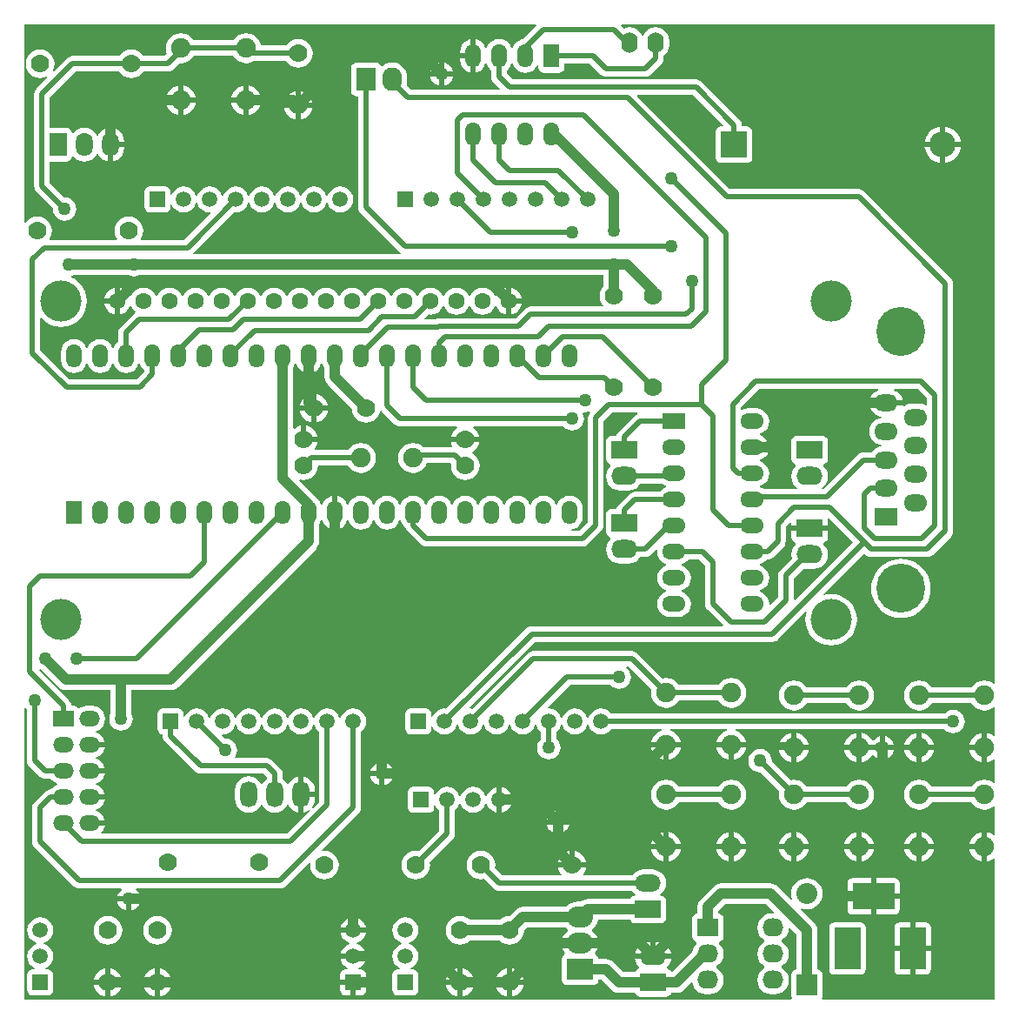
<source format=gbl>
G04 Layer_Physical_Order=2*
G04 Layer_Color=255*
%FSTAX44Y44*%
%MOMM*%
G71*
G01*
G75*
%ADD12C,0.5000*%
%ADD13C,1.0000*%
%ADD14C,1.9050*%
%ADD15C,1.7780*%
%ADD16C,1.5000*%
%ADD17R,1.5000X1.5000*%
%ADD18O,2.5400X1.7780*%
%ADD19R,2.5400X1.7780*%
%ADD20R,2.0320X2.0320*%
%ADD21C,2.0320*%
%ADD22C,1.6000*%
%ADD23C,4.0000*%
%ADD24O,2.0320X1.7780*%
%ADD25R,2.0320X1.7780*%
%ADD26O,1.9050X2.2860*%
%ADD27R,1.9050X2.2860*%
%ADD28C,2.5400*%
%ADD29R,2.5400X2.5400*%
%ADD30R,1.6510X2.2860*%
%ADD31O,1.6510X2.2860*%
%ADD32O,2.5400X2.0320*%
%ADD33R,2.5400X2.0320*%
%ADD34O,2.5400X1.6510*%
%ADD35R,2.5400X1.6510*%
%ADD36O,2.2860X1.6510*%
%ADD37C,4.7600*%
%ADD38R,2.2860X1.6510*%
%ADD39O,2.0000X1.5000*%
%ADD40R,2.0000X1.5000*%
%ADD41R,1.5000X1.5000*%
%ADD42O,1.6000X2.0000*%
%ADD43O,1.5240X2.2860*%
%ADD44R,1.5240X2.2860*%
%ADD45R,1.5200X1.5200*%
%ADD46C,1.5200*%
%ADD47O,1.6764X2.5400*%
%ADD48O,2.2860X1.5240*%
%ADD49R,2.2860X1.5240*%
%ADD50R,4.0640X2.5400*%
%ADD51R,2.5400X4.0640*%
%ADD52C,1.2700*%
G36*
X01168709Y00860467D02*
Y00853888D01*
X0116757Y00853327D01*
X0116706Y00853718D01*
X01163835Y00855054D01*
X01160375Y00855509D01*
X01154025D01*
X01150565Y00855054D01*
X0114734Y00853718D01*
X01146212Y00852852D01*
X01145108Y0085349D01*
X01112585D01*
X01112711Y0085253D01*
X01114047Y00849305D01*
X01116171Y00846537D01*
X0111894Y00844412D01*
X01122165Y00843076D01*
X01124412Y00842781D01*
Y008415D01*
X01122165Y00841204D01*
X0111894Y00839868D01*
X01116171Y00837744D01*
X01114047Y00834975D01*
X01112711Y0083175D01*
X01112255Y0082829D01*
X01112711Y0082483D01*
X01114047Y00821605D01*
X01116171Y00818836D01*
X0111894Y00816712D01*
X01122165Y00815376D01*
X0112441Y00815081D01*
Y008138D01*
X01122165Y00813504D01*
X0111894Y00812168D01*
X01116171Y00810044D01*
X01114722Y00808155D01*
X0110666D01*
X01104702Y00807897D01*
X01102878Y00807141D01*
X01101311Y00805939D01*
X01101311Y00805939D01*
X01067477Y00772105D01*
X0106619D01*
X01065759Y00773375D01*
X01067816Y00774954D01*
X01070043Y00777855D01*
X01071442Y00781234D01*
X0107192Y0078486D01*
X01071442Y00788486D01*
X01070043Y00791865D01*
X01067816Y00794766D01*
X01067389Y00795094D01*
X01067706Y00796452D01*
X01068751Y0079666D01*
X01070405Y00797765D01*
X0107151Y00799419D01*
X01071898Y0080137D01*
Y0081915D01*
X0107151Y00821101D01*
X01070405Y00822755D01*
X01068751Y0082386D01*
X010668Y00824248D01*
X010414D01*
X01039449Y0082386D01*
X01037795Y00822755D01*
X0103669Y00821101D01*
X01036302Y0081915D01*
Y0080137D01*
X0103669Y00799419D01*
X01037795Y00797765D01*
X01039449Y0079666D01*
X01040494Y00796452D01*
X01040811Y00795094D01*
X01040384Y00794766D01*
X01038157Y00791865D01*
X01036758Y00788486D01*
X0103628Y0078486D01*
X01036758Y00781234D01*
X01038157Y00777855D01*
X01040384Y00774954D01*
X01042441Y00773375D01*
X0104201Y00772105D01*
X01009592D01*
X01008394Y00773024D01*
X01006006Y00774013D01*
Y00775387D01*
X01008394Y00776376D01*
X01011031Y00778399D01*
X01013054Y00781036D01*
X01014325Y00784106D01*
X01014759Y007874D01*
X01014325Y00790695D01*
X01013054Y00793764D01*
X01011031Y00796401D01*
X01008394Y00798423D01*
X01006006Y00799413D01*
Y00800787D01*
X01008394Y00801777D01*
X01011031Y00803799D01*
X01013054Y00806436D01*
X01014325Y00809505D01*
X0101443Y008103D01*
X0099822D01*
Y008153D01*
X0101443D01*
X01014325Y00816095D01*
X01013054Y00819164D01*
X01011031Y00821801D01*
X01008394Y00823823D01*
X01006006Y00824813D01*
Y00826187D01*
X01008394Y00827177D01*
X01011031Y00829199D01*
X01013054Y00831836D01*
X01014325Y00834905D01*
X01014759Y008382D01*
X01014325Y00841495D01*
X01013054Y00844564D01*
X01011031Y00847201D01*
X01008394Y00849223D01*
X01005324Y00850495D01*
X0100203Y00850929D01*
X0099441D01*
X00991115Y00850495D01*
X00988046Y00849223D01*
X00987874Y00849092D01*
X00986735Y00849653D01*
Y00851577D01*
X01004909Y00869751D01*
X01120892D01*
X01121144Y00868481D01*
X0111894Y00867568D01*
X01116171Y00865444D01*
X01114047Y00862675D01*
X01112711Y0085945D01*
X01112585Y0085849D01*
X01145015D01*
X01144889Y0085945D01*
X01143553Y00862675D01*
X01141429Y00865444D01*
X0113866Y00867568D01*
X01136456Y00868481D01*
X01136708Y00869751D01*
X01159425D01*
X01168709Y00860467D01*
D02*
G37*
G36*
X01234658Y00583446D02*
X01233388Y00582819D01*
X01231605Y00584188D01*
X01228072Y00585651D01*
X0122428Y0058615D01*
X01220488Y00585651D01*
X01216955Y00584188D01*
X01213921Y00581859D01*
X01211776Y00579065D01*
X01173284D01*
X01171139Y00581859D01*
X01168105Y00584188D01*
X01164572Y00585651D01*
X0116078Y0058615D01*
X01156988Y00585651D01*
X01153455Y00584188D01*
X01150421Y00581859D01*
X01148092Y00578825D01*
X01146629Y00575292D01*
X0114613Y005715D01*
X01146629Y00567708D01*
X01148092Y00564175D01*
X01150421Y00561141D01*
X01153455Y00558812D01*
X01156988Y00557349D01*
X0116078Y0055685D01*
X01164572Y00557349D01*
X01168105Y00558812D01*
X01171139Y00561141D01*
X01173284Y00563935D01*
X01211776D01*
X01213921Y00561141D01*
X01216955Y00558812D01*
X01220488Y00557349D01*
X0122428Y0055685D01*
X01228072Y00557349D01*
X01231605Y00558812D01*
X01233391Y00560182D01*
X01234661Y00559556D01*
X01234664Y00532641D01*
X01233394Y00532015D01*
X01231605Y00533388D01*
X01228072Y00534851D01*
X0122678Y00535021D01*
Y005207D01*
Y00506379D01*
X01228072Y00506549D01*
X01231605Y00508012D01*
X01233396Y00509387D01*
X01234666Y0050876D01*
X01234668Y00486918D01*
X01233399Y00486292D01*
X01231605Y00487668D01*
X01228072Y00489131D01*
X0122428Y0048963D01*
X01220488Y00489131D01*
X01216955Y00487668D01*
X01213921Y00485339D01*
X01211776Y00482545D01*
X01173284D01*
X01171139Y00485339D01*
X01168105Y00487668D01*
X01164572Y00489131D01*
X0116078Y0048963D01*
X01156988Y00489131D01*
X01153455Y00487668D01*
X01150421Y00485339D01*
X01148092Y00482305D01*
X01146629Y00478772D01*
X0114613Y0047498D01*
X01146629Y00471188D01*
X01148092Y00467655D01*
X01150421Y00464621D01*
X01153455Y00462292D01*
X01156988Y00460829D01*
X0116078Y0046033D01*
X01164572Y00460829D01*
X01168105Y00462292D01*
X01171139Y00464621D01*
X01173284Y00467415D01*
X01211776D01*
X01213921Y00464621D01*
X01216955Y00462292D01*
X01220488Y00460829D01*
X0122428Y0046033D01*
X01228072Y00460829D01*
X01231605Y00462292D01*
X01233401Y0046367D01*
X01234671Y00463044D01*
X01234674Y00436114D01*
X01233404Y00435487D01*
X01231605Y00436868D01*
X01228072Y00438331D01*
X0122678Y00438501D01*
Y0042418D01*
Y00409859D01*
X01228072Y00410029D01*
X01231605Y00411492D01*
X01233406Y00412874D01*
X01234676Y00412248D01*
X01234691Y00276321D01*
X01233793Y00275423D01*
X01066603D01*
X01065924Y00276693D01*
X0106643Y00277449D01*
X01066818Y002794D01*
Y0029972D01*
X0106643Y00301671D01*
X01065325Y00303325D01*
X01063671Y0030443D01*
X0106172Y00304818D01*
X01061646D01*
Y003429D01*
X01061303Y0034551D01*
X01060295Y00347943D01*
X01058692Y00350032D01*
X01045637Y00363088D01*
X0104631Y00364211D01*
X01048588Y00363519D01*
X0105156Y00363227D01*
X01054532Y00363519D01*
X0105739Y00364386D01*
X01060023Y00365794D01*
X01062332Y00367688D01*
X01064226Y00369997D01*
X01065634Y0037263D01*
X01066501Y00375488D01*
X01066793Y0037846D01*
X01066501Y00381432D01*
X01065634Y0038429D01*
X01064226Y00386923D01*
X01062332Y00389232D01*
X01060023Y00391126D01*
X0105739Y00392534D01*
X01054532Y00393401D01*
X0105156Y00393693D01*
X01048588Y00393401D01*
X0104573Y00392534D01*
X01043097Y00391126D01*
X01040788Y00389232D01*
X01038894Y00386923D01*
X01037486Y0038429D01*
X01036619Y00381432D01*
X01036327Y0037846D01*
X01036619Y00375488D01*
X0103731Y0037321D01*
X01036188Y00372537D01*
X01023132Y00385592D01*
X01021043Y00387195D01*
X01018611Y00388203D01*
X01016Y00388546D01*
X0096774D01*
X00965129Y00388203D01*
X00962697Y00387195D01*
X00960608Y00385592D01*
X00947908Y00372892D01*
X00946305Y00370803D01*
X00945297Y00368371D01*
X00944954Y0036576D01*
Y00359428D01*
X0094488D01*
X00942929Y0035904D01*
X00941275Y00357935D01*
X0094017Y00356281D01*
X00939782Y0035433D01*
Y0033655D01*
X0094017Y00334599D01*
X00941275Y00332945D01*
X00942929Y0033184D01*
X00943974Y00331632D01*
X00944291Y00330274D01*
X00943864Y00329947D01*
X00941637Y00327045D01*
X00940238Y00323666D01*
X00939998Y00321847D01*
X00927748Y00309597D01*
X00927601Y00309405D01*
X00920475Y00302279D01*
X00919212Y00302428D01*
X0091911Y00302941D01*
X00918005Y00304595D01*
X00916351Y003057D01*
X00915306Y00305908D01*
X00914989Y00307266D01*
X00915416Y00307593D01*
X00917643Y00310495D01*
X00919043Y00313874D01*
X00919191Y00315D01*
X009017D01*
X00884209D01*
X00884358Y00313874D01*
X00885757Y00310495D01*
X00887983Y00307593D01*
X00888411Y00307266D01*
X00888094Y00305908D01*
X00887049Y003057D01*
X00885395Y00304595D01*
X0088429Y00302941D01*
X0088414Y00302186D01*
X00872858D01*
X00863112Y00311932D01*
X00861023Y00313535D01*
X0085859Y00314543D01*
X0085598Y00314886D01*
X00848378D01*
Y0031496D01*
X0084799Y00316911D01*
X00846885Y00318565D01*
X00845555Y00319453D01*
X00845094Y00320894D01*
X00845786Y00321737D01*
X00847194Y0032437D01*
X00848061Y00327228D01*
X00848107Y003277D01*
X0083058D01*
X00813053D01*
X00813099Y00327228D01*
X00813966Y0032437D01*
X00815374Y00321737D01*
X00816066Y00320894D01*
X00815605Y00319453D01*
X00814275Y00318565D01*
X0081317Y00316911D01*
X00812782Y0031496D01*
Y0029464D01*
X0081317Y00292689D01*
X00814275Y00291035D01*
X00815929Y0028993D01*
X0081788Y00289542D01*
X0084328D01*
X00845231Y0028993D01*
X00846885Y00291035D01*
X0084799Y00292689D01*
X00848378Y0029464D01*
Y00294714D01*
X00851802D01*
X00861548Y00284968D01*
X00863637Y00283365D01*
X00866069Y00282357D01*
X0086868Y00282014D01*
X0088414D01*
X0088429Y00281259D01*
X00885395Y00279605D01*
X00887049Y002785D01*
X00889Y00278112D01*
X009144D01*
X00916351Y002785D01*
X00918005Y00279605D01*
X0091911Y00281259D01*
X0091926Y00282014D01*
X0092456D01*
X0092717Y00282357D01*
X00929603Y00283365D01*
X00931692Y00284968D01*
X00938932Y00292207D01*
X00940134Y00291799D01*
X00940238Y00291014D01*
X00941637Y00287635D01*
X00943864Y00284734D01*
X00946765Y00282507D01*
X00950144Y00281108D01*
X0095377Y0028063D01*
X0095631D01*
X00959936Y00281108D01*
X00963315Y00282507D01*
X00966217Y00284734D01*
X00968443Y00287635D01*
X00969843Y00291014D01*
X0097032Y0029464D01*
X00969843Y00298266D01*
X00968443Y00301645D01*
X00966217Y00304547D01*
X00963518Y00306617D01*
X00963404Y0030734D01*
X00963518Y00308063D01*
X00966217Y00310133D01*
X00968443Y00313035D01*
X00969843Y00316414D01*
X0097032Y0032004D01*
X00969843Y00323666D01*
X00968443Y00327045D01*
X00966217Y00329947D01*
X00965789Y00330274D01*
X00966106Y00331632D01*
X00967151Y0033184D01*
X00968805Y00332945D01*
X0096991Y00334599D01*
X00970298Y0033655D01*
Y0035433D01*
X0096991Y00356281D01*
X00968805Y00357935D01*
X00967151Y0035904D01*
X009652Y00359428D01*
X00965126D01*
Y00361582D01*
X00971918Y00368374D01*
X01011822D01*
X01019476Y0036072D01*
X0101895Y0035945D01*
X0101727D01*
X01013644Y00358973D01*
X01010265Y00357573D01*
X01007364Y00355346D01*
X01005137Y00352445D01*
X01003737Y00349066D01*
X0100326Y0034544D01*
X01003737Y00341814D01*
X01005137Y00338435D01*
X01007364Y00335533D01*
X01010062Y00333463D01*
X01010176Y0033274D01*
X01010062Y00332017D01*
X01007364Y00329947D01*
X01005137Y00327045D01*
X01003737Y00323666D01*
X0100326Y0032004D01*
X01003737Y00316414D01*
X01005137Y00313035D01*
X01007364Y00310133D01*
X01010062Y00308063D01*
X01010176Y0030734D01*
X01010062Y00306617D01*
X01007364Y00304547D01*
X01005137Y00301645D01*
X01003737Y00298266D01*
X0100326Y0029464D01*
X01003737Y00291014D01*
X01005137Y00287635D01*
X01007364Y00284734D01*
X01010265Y00282507D01*
X01013644Y00281108D01*
X0101727Y0028063D01*
X0101981D01*
X01023436Y00281108D01*
X01026815Y00282507D01*
X01029716Y00284734D01*
X01031943Y00287635D01*
X01033343Y00291014D01*
X0103382Y0029464D01*
X01033343Y00298266D01*
X01031943Y00301645D01*
X01029716Y00304547D01*
X01027018Y00306617D01*
X01026904Y0030734D01*
X01027018Y00308063D01*
X01029716Y00310133D01*
X01031943Y00313035D01*
X01033343Y00316414D01*
X0103382Y0032004D01*
X01033343Y00323666D01*
X01031943Y00327045D01*
X01029716Y00329947D01*
X01027018Y00332017D01*
X01026904Y0033274D01*
X01027018Y00333463D01*
X01029716Y00335533D01*
X01031943Y00338435D01*
X01033343Y00341814D01*
X0103372Y0034468D01*
X01035061Y00345135D01*
X01041474Y00338722D01*
Y00304818D01*
X010414D01*
X01039449Y0030443D01*
X01037795Y00303325D01*
X0103669Y00301671D01*
X01036302Y0029972D01*
Y002794D01*
X0103669Y00277449D01*
X01037196Y00276693D01*
X01036517Y00275423D01*
X00289393D01*
Y00559148D01*
X00290663Y0055958D01*
X00291625Y00558325D01*
X00292155Y00557918D01*
Y00508D01*
X00292413Y00506042D01*
X00293169Y00504218D01*
X00294371Y00502651D01*
X00304531Y00492491D01*
X00304531Y00492491D01*
X00306098Y00491289D01*
X00307922Y00490533D01*
X0030988Y00490275D01*
X00315209D01*
X00316245Y00488925D01*
X00318856Y00486921D01*
X00321583Y00485792D01*
X00321583Y0048579D01*
Y0048449D01*
X00321583Y00484488D01*
X00318856Y00483359D01*
X00316245Y00481355D01*
X00315209Y00480005D01*
X0031496D01*
X00313002Y00479747D01*
X00311178Y00478991D01*
X00309611Y00477789D01*
X00309611Y00477789D01*
X00299451Y00467629D01*
X00298249Y00466062D01*
X00297493Y00464238D01*
X00297235Y0046228D01*
Y0042926D01*
X00297493Y00427302D01*
X00298249Y00425478D01*
X00299451Y00423911D01*
X00337551Y00385811D01*
X00337551Y00385811D01*
X00339118Y00384609D01*
X00340942Y00383853D01*
X003429Y00383595D01*
X00383742D01*
X00384173Y00382325D01*
X00383065Y00381475D01*
X00381246Y00379104D01*
X00380102Y00376343D01*
X00380041Y0037588D01*
X00402279D01*
X00402218Y00376343D01*
X00401074Y00379104D01*
X00399255Y00381475D01*
X00398147Y00382325D01*
X00398578Y00383595D01*
X0053848D01*
X00540438Y00383853D01*
X00542262Y00384609D01*
X00543829Y00385811D01*
X00566665Y00408647D01*
X00567868Y00408054D01*
X0056765Y004064D01*
X00568128Y00402774D01*
X00569527Y00399395D01*
X00571754Y00396493D01*
X00574655Y00394267D01*
X00578034Y00392868D01*
X0058166Y0039239D01*
X00585286Y00392868D01*
X00588665Y00394267D01*
X00591567Y00396493D01*
X00593793Y00399395D01*
X00595192Y00402774D01*
X0059567Y004064D01*
X00595192Y00410026D01*
X00593793Y00413405D01*
X00591567Y00416306D01*
X00588665Y00418533D01*
X00585286Y00419933D01*
X0058166Y0042041D01*
X00580006Y00420192D01*
X00579413Y00421395D01*
X00614949Y00456931D01*
X00616151Y00458498D01*
X00616907Y00460322D01*
X00617165Y0046228D01*
Y00536149D01*
X00618515Y00537185D01*
X00620519Y00539796D01*
X00621778Y00542837D01*
X00622208Y005461D01*
X00621778Y00549363D01*
X00620519Y00552404D01*
X00618515Y00555015D01*
X00615904Y00557019D01*
X00612863Y00558278D01*
X006096Y00558708D01*
X00606337Y00558278D01*
X00603296Y00557019D01*
X00600685Y00555015D01*
X00598681Y00552404D01*
X00597552Y00549677D01*
X0059755Y00549677D01*
X0059625D01*
X00596248Y00549677D01*
X00595119Y00552404D01*
X00593115Y00555015D01*
X00590504Y00557019D01*
X00587463Y00558278D01*
X005842Y00558708D01*
X00580937Y00558278D01*
X00577896Y00557019D01*
X00575285Y00555015D01*
X00573281Y00552404D01*
X00572152Y00549677D01*
X0057215Y00549677D01*
X0057085D01*
X00570848Y00549677D01*
X00569719Y00552404D01*
X00567715Y00555015D01*
X00565104Y00557019D01*
X00562063Y00558278D01*
X005588Y00558708D01*
X00555537Y00558278D01*
X00552496Y00557019D01*
X00549885Y00555015D01*
X00547881Y00552404D01*
X00546752Y00549677D01*
X0054675Y00549677D01*
X0054545D01*
X00545448Y00549677D01*
X00544319Y00552404D01*
X00542315Y00555015D01*
X00539704Y00557019D01*
X00536663Y00558278D01*
X005334Y00558708D01*
X00530137Y00558278D01*
X00527096Y00557019D01*
X00524485Y00555015D01*
X00522481Y00552404D01*
X00521352Y00549677D01*
X0052135Y00549677D01*
X0052005D01*
X00520048Y00549677D01*
X00518919Y00552404D01*
X00516915Y00555015D01*
X00514304Y00557019D01*
X00511263Y00558278D01*
X00508Y00558708D01*
X00504737Y00558278D01*
X00501696Y00557019D01*
X00499085Y00555015D01*
X00497081Y00552404D01*
X00495952Y00549677D01*
X0049595Y00549677D01*
X0049465D01*
X00494648Y00549677D01*
X00493519Y00552404D01*
X00491515Y00555015D01*
X00488904Y00557019D01*
X00485863Y00558278D01*
X004826Y00558708D01*
X00479337Y00558278D01*
X00476296Y00557019D01*
X00473685Y00555015D01*
X00471681Y00552404D01*
X00470552Y00549677D01*
X0047055Y00549677D01*
X0046925D01*
X00469248Y00549677D01*
X00468119Y00552404D01*
X00466115Y00555015D01*
X00463504Y00557019D01*
X00460463Y00558278D01*
X004572Y00558708D01*
X00453937Y00558278D01*
X00450896Y00557019D01*
X00448285Y00555015D01*
X00446281Y00552404D01*
X00445668Y00550923D01*
X00444398Y00551176D01*
Y005536D01*
X0044401Y00555551D01*
X00442905Y00557205D01*
X00441251Y0055831D01*
X004393Y00558698D01*
X004243D01*
X00422349Y0055831D01*
X00420695Y00557205D01*
X0041959Y00555551D01*
X00419202Y005536D01*
Y005386D01*
X0041959Y00536649D01*
X00420695Y00534995D01*
X00422349Y0053389D01*
X00424235Y00533515D01*
Y0053213D01*
X00424493Y00530172D01*
X00425249Y00528348D01*
X00426451Y00526781D01*
X00455661Y00497571D01*
X00455661Y00497571D01*
X00457228Y00496369D01*
X00459052Y00495613D01*
X0046101Y00495355D01*
X0046101Y00495355D01*
X00522647D01*
X00525835Y00492167D01*
Y00490361D01*
X00523856Y00488842D01*
X00521711Y00486047D01*
X00521335Y00485139D01*
X00520065D01*
X00519689Y00486047D01*
X00517544Y00488842D01*
X00514749Y00490987D01*
X00511493Y00492336D01*
X00508Y00492795D01*
X00504507Y00492336D01*
X00501251Y00490987D01*
X00498456Y00488842D01*
X00496311Y00486047D01*
X00494963Y00482791D01*
X00494502Y00479298D01*
Y00470662D01*
X00494963Y00467169D01*
X00496311Y00463913D01*
X00498456Y00461118D01*
X00501251Y00458973D01*
X00504507Y00457625D01*
X00508Y00457164D01*
X00511493Y00457625D01*
X00514749Y00458973D01*
X00517544Y00461118D01*
X00519689Y00463913D01*
X00520065Y00464821D01*
X00521335D01*
X00521711Y00463913D01*
X00523856Y00461118D01*
X00526651Y00458973D01*
X00529907Y00457625D01*
X005334Y00457164D01*
X00536893Y00457625D01*
X00540149Y00458973D01*
X00542944Y00461118D01*
X00545089Y00463913D01*
X00545465Y00464821D01*
X00546735D01*
X00547111Y00463913D01*
X00549256Y00461118D01*
X00552051Y00458973D01*
X00555307Y00457625D01*
X005563Y00457494D01*
Y0047498D01*
Y00492466D01*
X00555307Y00492336D01*
X00552051Y00490987D01*
X00549256Y00488842D01*
X00547111Y00486047D01*
X00546735Y00485139D01*
X00545465D01*
X00545089Y00486047D01*
X00542944Y00488842D01*
X00540965Y00490361D01*
Y004953D01*
X00540707Y00497258D01*
X00539951Y00499082D01*
X00538749Y00500649D01*
X00531129Y00508269D01*
X00529562Y00509471D01*
X00527738Y00510227D01*
X0052578Y00510485D01*
X00494993D01*
X00494431Y00511624D01*
X00495054Y00512436D01*
X00496198Y00515197D01*
X00496588Y0051816D01*
X00496198Y00521123D01*
X00495054Y00523884D01*
X00493235Y00526255D01*
X00490864Y00528074D01*
X00488103Y00529218D01*
X0048514Y00529608D01*
X00484477Y00529521D01*
X00481585Y00532413D01*
X00482147Y00533552D01*
X004826Y00533492D01*
X00485863Y00533922D01*
X00488904Y00535181D01*
X00491515Y00537185D01*
X00493519Y00539796D01*
X00494648Y00542523D01*
X0049465Y00542523D01*
X0049595D01*
X00495952Y00542523D01*
X00497081Y00539796D01*
X00499085Y00537185D01*
X00501696Y00535181D01*
X00504737Y00533922D01*
X00508Y00533492D01*
X00511263Y00533922D01*
X00514304Y00535181D01*
X00516915Y00537185D01*
X00518919Y00539796D01*
X00520048Y00542523D01*
X0052005Y00542523D01*
X0052135D01*
X00521352Y00542523D01*
X00522481Y00539796D01*
X00524485Y00537185D01*
X00527096Y00535181D01*
X00530137Y00533922D01*
X005334Y00533492D01*
X00536663Y00533922D01*
X00539704Y00535181D01*
X00542315Y00537185D01*
X00544319Y00539796D01*
X00545448Y00542523D01*
X0054545Y00542523D01*
X0054675D01*
X00546752Y00542523D01*
X00547881Y00539796D01*
X00549885Y00537185D01*
X00552496Y00535181D01*
X00555537Y00533922D01*
X005588Y00533492D01*
X00562063Y00533922D01*
X00565104Y00535181D01*
X00567715Y00537185D01*
X00569719Y00539796D01*
X00570848Y00542523D01*
X0057085Y00542523D01*
X0057215D01*
X00572152Y00542523D01*
X00573281Y00539796D01*
X00575285Y00537185D01*
X00576635Y00536149D01*
Y00467953D01*
X00570424Y00461742D01*
X00569467Y00462581D01*
X00570489Y00463913D01*
X00571838Y00467169D01*
X00572298Y00470662D01*
Y0047248D01*
X005613D01*
Y00457494D01*
X00562293Y00457625D01*
X00565549Y00458973D01*
X00566881Y00459995D01*
X0056772Y00459038D01*
X00545507Y00436825D01*
X00364756D01*
X00364348Y00438027D01*
X00364475Y00438125D01*
X00366479Y00440736D01*
X00367738Y00443777D01*
X00367839Y0044454D01*
X0035306D01*
Y0044954D01*
X00367839D01*
X00367738Y00450303D01*
X00366479Y00453344D01*
X00364475Y00455955D01*
X00361864Y00457959D01*
X00359137Y00459088D01*
X00359137Y0045909D01*
Y0046039D01*
X00359137Y00460392D01*
X00361864Y00461521D01*
X00364475Y00463525D01*
X00366479Y00466136D01*
X00367738Y00469177D01*
X00367839Y0046994D01*
X0035306D01*
Y0047494D01*
X00367839D01*
X00367738Y00475703D01*
X00366479Y00478744D01*
X00364475Y00481355D01*
X00361864Y00483359D01*
X00359137Y00484488D01*
X00359137Y0048449D01*
Y0048579D01*
X00359137Y00485792D01*
X00361864Y00486921D01*
X00364475Y00488925D01*
X00366479Y00491536D01*
X00367738Y00494577D01*
X00367839Y0049534D01*
X0035306D01*
Y0050034D01*
X00367839D01*
X00367738Y00501103D01*
X00366479Y00504144D01*
X00364475Y00506755D01*
X00361864Y00508759D01*
X00359137Y00509888D01*
X00359137Y0050989D01*
Y0051119D01*
X00359137Y00511192D01*
X00361864Y00512321D01*
X00364475Y00514325D01*
X00366479Y00516936D01*
X00367738Y00519977D01*
X00367839Y0052074D01*
X0035306D01*
Y0052574D01*
X00367839D01*
X00367738Y00526503D01*
X00366479Y00529544D01*
X00364475Y00532155D01*
X00361864Y00534159D01*
X00359137Y00535288D01*
X00359137Y0053529D01*
Y0053659D01*
X00359137Y00536592D01*
X00361864Y00537721D01*
X00364475Y00539725D01*
X00366479Y00542336D01*
X00367738Y00545377D01*
X00368168Y0054864D01*
X00367738Y00551903D01*
X00366479Y00554944D01*
X00364475Y00557555D01*
X00361864Y00559559D01*
X00358823Y00560818D01*
X0035556Y00561248D01*
X0035056D01*
X00347297Y00560818D01*
X00344256Y00559559D01*
X00343098Y0055867D01*
X00341845Y00558877D01*
X00341265Y00559745D01*
X00339611Y0056085D01*
X0033766Y00561238D01*
X00336467D01*
X00335225Y0056134D01*
X00334967Y00563298D01*
X00334211Y00565122D01*
X00333009Y00566689D01*
X00333009Y00566689D01*
X00303765Y00595933D01*
X00304484Y0059701D01*
X00306502Y00596174D01*
X00323068Y00579608D01*
X00325157Y00578005D01*
X00327589Y00576997D01*
X003302Y00576654D01*
X00373454D01*
Y00553949D01*
X00372482Y00551603D01*
X00372092Y0054864D01*
X00372482Y00545677D01*
X00373626Y00542916D01*
X00375445Y00540545D01*
X00377816Y00538726D01*
X00380577Y00537582D01*
X0038354Y00537192D01*
X00386503Y00537582D01*
X00389264Y00538726D01*
X00391635Y00540545D01*
X00393454Y00542916D01*
X00394598Y00545677D01*
X00394988Y0054864D01*
X00394598Y00551603D01*
X00393626Y00553949D01*
Y00576654D01*
X004318D01*
X00434411Y00576997D01*
X00436843Y00578005D01*
X00438932Y00579608D01*
X00573552Y00714228D01*
X00575155Y00716317D01*
X00576163Y00718749D01*
X00576506Y0072136D01*
Y00737904D01*
X00577444Y00739126D01*
X00578433Y00741514D01*
X00579807D01*
X00580797Y00739126D01*
X00582819Y00736489D01*
X00585456Y00734466D01*
X00588526Y00733195D01*
X0058932Y0073309D01*
Y007493D01*
Y0076551D01*
X00588526Y00765405D01*
X00585456Y00764134D01*
X00582819Y00762111D01*
X00580797Y00759474D01*
X00579807Y00757086D01*
X00578433D01*
X00577444Y00759474D01*
X00575421Y00762111D01*
X00574499Y00762818D01*
X00573552Y00764052D01*
X0055714Y00780464D01*
X00557943Y00781457D01*
X0056134Y0078101D01*
X00564966Y00781488D01*
X00568345Y00782887D01*
X00571246Y00785114D01*
X00573473Y00788015D01*
X00574873Y00791394D01*
X0057535Y0079502D01*
X00575398Y00795075D01*
X00604716D01*
X00606861Y00792281D01*
X00609895Y00789952D01*
X00613428Y00788489D01*
X0061722Y0078799D01*
X00621012Y00788489D01*
X00624545Y00789952D01*
X00627579Y00792281D01*
X00629908Y00795315D01*
X00631371Y00798848D01*
X0063187Y0080264D01*
X00631371Y00806432D01*
X00629908Y00809965D01*
X00627579Y00812999D01*
X00624545Y00815328D01*
X00621012Y00816791D01*
X0061722Y0081729D01*
X00613428Y00816791D01*
X00609895Y00815328D01*
X00606861Y00812999D01*
X00604716Y00810205D01*
X0057261D01*
X00571984Y00811475D01*
X00573473Y00813415D01*
X00574873Y00816794D01*
X00575021Y0081792D01*
X0056134D01*
Y0082042D01*
X0055884D01*
Y00834101D01*
X00557714Y00833952D01*
X00554335Y00832553D01*
X00552376Y0083105D01*
X00551106Y00831676D01*
Y00890304D01*
X00552043Y00891526D01*
X00553033Y00893914D01*
X00554407D01*
X00555396Y00891526D01*
X00557419Y00888889D01*
X00560056Y00886867D01*
X00563125Y00885595D01*
X0056392Y0088549D01*
Y009017D01*
X0056892D01*
Y0088549D01*
X00569715Y00885595D01*
X00572784Y00886867D01*
X00575421Y00888889D01*
X00577444Y00891526D01*
X00578433Y00893914D01*
X00579807D01*
X00580797Y00891526D01*
X00581734Y00890304D01*
Y0088138D01*
X00582077Y0087877D01*
X00583085Y00876337D01*
X00584688Y00874248D01*
X00608329Y00850607D01*
X00608768Y00847274D01*
X00610167Y00843895D01*
X00612393Y00840993D01*
X00615295Y00838767D01*
X00618674Y00837367D01*
X006223Y0083689D01*
X00625926Y00837367D01*
X00629305Y00838767D01*
X00632206Y00840993D01*
X00634433Y00843895D01*
X00635832Y00847274D01*
X00635918Y00847926D01*
X00637145Y00848255D01*
X00637271Y00848091D01*
X00649971Y00835391D01*
X00651538Y00834189D01*
X00653362Y00833433D01*
X0065532Y00833175D01*
X0065532Y00833175D01*
X0071054D01*
X00710971Y00831905D01*
X00708913Y00830327D01*
X00706687Y00827425D01*
X00705287Y00824046D01*
X00705139Y0082292D01*
X0071882D01*
X00732501D01*
X00732353Y00824046D01*
X00730953Y00827425D01*
X00728727Y00830327D01*
X00726669Y00831905D01*
X007271Y00833175D01*
X00814458D01*
X00814865Y00832645D01*
X00817236Y00830826D01*
X00819997Y00829682D01*
X0082296Y00829292D01*
X00825923Y00829682D01*
X00828684Y00830826D01*
X00831055Y00832645D01*
X00832874Y00835016D01*
X00834018Y00837777D01*
X00834408Y0084074D01*
X00834018Y00843703D01*
X00833008Y0084614D01*
X00833485Y00847012D01*
X00833823Y00847314D01*
X0083566Y00847072D01*
X00838623Y00847462D01*
X00839806Y00847952D01*
X00840153Y00847632D01*
X0084056Y0084689D01*
X00839523Y00845538D01*
X00838767Y00843714D01*
X00838509Y00841756D01*
Y00740241D01*
X00829987Y00731719D01*
X00822232D01*
X00822149Y00732989D01*
X00823715Y00733195D01*
X00826784Y00734466D01*
X00829421Y00736489D01*
X00831443Y00739126D01*
X00832715Y00742196D01*
X00833149Y0074549D01*
Y0075311D01*
X00832715Y00756404D01*
X00831443Y00759474D01*
X00829421Y00762111D01*
X00826784Y00764134D01*
X00823715Y00765405D01*
X0082042Y00765839D01*
X00817125Y00765405D01*
X00814056Y00764134D01*
X00811419Y00762111D01*
X00809397Y00759474D01*
X00808407Y00757086D01*
X00807033D01*
X00806043Y00759474D01*
X00804021Y00762111D01*
X00801384Y00764134D01*
X00798315Y00765405D01*
X0079502Y00765839D01*
X00791725Y00765405D01*
X00788656Y00764134D01*
X00786019Y00762111D01*
X00783997Y00759474D01*
X00783007Y00757086D01*
X00781633D01*
X00780643Y00759474D01*
X00778621Y00762111D01*
X00775984Y00764134D01*
X00772915Y00765405D01*
X0076962Y00765839D01*
X00766326Y00765405D01*
X00763256Y00764134D01*
X00760619Y00762111D01*
X00758596Y00759474D01*
X00757607Y00757086D01*
X00756233D01*
X00755244Y00759474D01*
X00753221Y00762111D01*
X00750584Y00764134D01*
X00747514Y00765405D01*
X0074422Y00765839D01*
X00740926Y00765405D01*
X00737856Y00764134D01*
X00735219Y00762111D01*
X00733196Y00759474D01*
X00732207Y00757086D01*
X00730833D01*
X00729844Y00759474D01*
X00727821Y00762111D01*
X00725184Y00764134D01*
X00722114Y00765405D01*
X0071882Y00765839D01*
X00715526Y00765405D01*
X00712456Y00764134D01*
X00709819Y00762111D01*
X00707796Y00759474D01*
X00706807Y00757086D01*
X00705433D01*
X00704444Y00759474D01*
X00702421Y00762111D01*
X00699784Y00764134D01*
X00696714Y00765405D01*
X0069342Y00765839D01*
X00690126Y00765405D01*
X00687056Y00764134D01*
X00684419Y00762111D01*
X00682396Y00759474D01*
X00681407Y00757086D01*
X00680033D01*
X00679044Y00759474D01*
X00677021Y00762111D01*
X00674384Y00764134D01*
X00671314Y00765405D01*
X0066802Y00765839D01*
X00664725Y00765405D01*
X00661656Y00764134D01*
X00659019Y00762111D01*
X00656997Y00759474D01*
X00656007Y00757086D01*
X00654633D01*
X00653643Y00759474D01*
X00651621Y00762111D01*
X00648984Y00764134D01*
X00645915Y00765405D01*
X0064262Y00765839D01*
X00639325Y00765405D01*
X00636256Y00764134D01*
X00633619Y00762111D01*
X00631596Y00759474D01*
X00630607Y00757086D01*
X00629233D01*
X00628243Y00759474D01*
X00626221Y00762111D01*
X00623584Y00764134D01*
X00620514Y00765405D01*
X0061722Y00765839D01*
X00613926Y00765405D01*
X00610856Y00764134D01*
X00608219Y00762111D01*
X00606197Y00759474D01*
X00605207Y00757086D01*
X00603833D01*
X00602844Y00759474D01*
X00600821Y00762111D01*
X00598184Y00764134D01*
X00595115Y00765405D01*
X0059432Y0076551D01*
Y007493D01*
Y0073309D01*
X00595115Y00733195D01*
X00598184Y00734466D01*
X00600821Y00736489D01*
X00602844Y00739126D01*
X00603833Y00741514D01*
X00605207D01*
X00606197Y00739126D01*
X00608219Y00736489D01*
X00610856Y00734466D01*
X00613926Y00733195D01*
X0061722Y00732761D01*
X00620514Y00733195D01*
X00623584Y00734466D01*
X00626221Y00736489D01*
X00628243Y00739126D01*
X00629233Y00741514D01*
X00630607D01*
X00631596Y00739126D01*
X00633619Y00736489D01*
X00636256Y00734466D01*
X00639325Y00733195D01*
X0064262Y00732761D01*
X00645915Y00733195D01*
X00648984Y00734466D01*
X00651621Y00736489D01*
X00653643Y00739126D01*
X00654633Y00741514D01*
X00656007D01*
X00656997Y00739126D01*
X00659019Y00736489D01*
X0066067Y00735223D01*
X00660713Y00734896D01*
X00661469Y00733072D01*
X00662671Y00731505D01*
X00675371Y00718805D01*
X00676938Y00717603D01*
X00678762Y00716847D01*
X0068072Y00716589D01*
X0068072Y00716589D01*
X0083312D01*
X00835078Y00716847D01*
X00836902Y00717603D01*
X00838469Y00718805D01*
X00851423Y00731759D01*
X00852625Y00733326D01*
X00853381Y0073515D01*
X0085351Y00736129D01*
X00853639Y00737108D01*
X00853639Y00737108D01*
Y00838623D01*
X00861653Y00846637D01*
X00886452D01*
X00886705Y00845367D01*
X00885218Y00844751D01*
X00883651Y00843549D01*
X00868411Y00828309D01*
X00867209Y00826742D01*
X00866453Y00824918D01*
X00866365Y00824248D01*
X0086106D01*
X00859109Y0082386D01*
X00857455Y00822755D01*
X0085635Y00821101D01*
X00855962Y0081915D01*
Y0080137D01*
X0085635Y00799419D01*
X00857455Y00797765D01*
X00859109Y0079666D01*
X00860154Y00796452D01*
X00860471Y00795094D01*
X00860043Y00794766D01*
X00857817Y00791865D01*
X00856417Y00788486D01*
X0085594Y0078486D01*
X00856417Y00781234D01*
X00857817Y00777855D01*
X00860043Y00774954D01*
X00862945Y00772727D01*
X00866324Y00771328D01*
X0086995Y0077085D01*
X0087757D01*
X00881196Y00771328D01*
X00884575Y00772727D01*
X00887477Y00774954D01*
X00889273Y00777295D01*
X00910648D01*
X00911846Y00776376D01*
X00914234Y00775387D01*
Y00774013D01*
X00911846Y00773024D01*
X00909209Y00771001D01*
X00908108Y00769565D01*
X0088392D01*
X00881962Y00769307D01*
X00880138Y00768551D01*
X00878571Y00767349D01*
X00878571Y00767349D01*
X00868411Y00757189D01*
X00867209Y00755622D01*
X00866453Y00753798D01*
X00866365Y00753128D01*
X0086106D01*
X00859109Y0075274D01*
X00857455Y00751635D01*
X0085635Y00749981D01*
X00855962Y0074803D01*
Y0073025D01*
X0085635Y00728299D01*
X00857455Y00726645D01*
X00859109Y0072554D01*
X00860154Y00725332D01*
X00860471Y00723974D01*
X00860043Y00723646D01*
X00857817Y00720745D01*
X00856417Y00717366D01*
X0085594Y0071374D01*
X00856417Y00710114D01*
X00857817Y00706735D01*
X00860043Y00703833D01*
X00862945Y00701607D01*
X00866324Y00700208D01*
X0086995Y0069973D01*
X0087757D01*
X00881196Y00700208D01*
X00884575Y00701607D01*
X00887477Y00703833D01*
X00889273Y00706175D01*
X0089408D01*
X00896038Y00706433D01*
X00897862Y00707189D01*
X00899429Y00708391D01*
X00904498Y00713459D01*
X00905701Y00712866D01*
X00905481Y007112D01*
X00905915Y00707906D01*
X00907187Y00704836D01*
X00909209Y00702199D01*
X00911846Y00700176D01*
X00914234Y00699187D01*
Y00697813D01*
X00911846Y00696824D01*
X00909209Y00694801D01*
X00907187Y00692164D01*
X00905915Y00689094D01*
X00905481Y006858D01*
X00905915Y00682505D01*
X00907187Y00679436D01*
X00909209Y00676799D01*
X00911846Y00674777D01*
X00914234Y00673787D01*
Y00672413D01*
X00911846Y00671423D01*
X00909209Y00669401D01*
X00907187Y00666764D01*
X00905915Y00663695D01*
X00905481Y006604D01*
X00905915Y00657105D01*
X00907187Y00654036D01*
X00909209Y00651399D01*
X00911846Y00649377D01*
X00914915Y00648105D01*
X0091821Y00647671D01*
X0092583D01*
X00929125Y00648105D01*
X00932194Y00649377D01*
X00934831Y00651399D01*
X00936853Y00654036D01*
X00938125Y00657105D01*
X00938559Y006604D01*
X00938125Y00663695D01*
X00936853Y00666764D01*
X00934831Y00669401D01*
X00932194Y00671423D01*
X00929806Y00672413D01*
Y00673787D01*
X00932194Y00674777D01*
X00934831Y00676799D01*
X00936853Y00679436D01*
X00938125Y00682505D01*
X00938559Y006858D01*
X00938125Y00689094D01*
X00936853Y00692164D01*
X00934831Y00694801D01*
X00932194Y00696824D01*
X00929806Y00697813D01*
Y00699187D01*
X00932194Y00700176D01*
X00934831Y00702199D01*
X00935932Y00703635D01*
X00946827D01*
X00952555Y00697907D01*
Y006604D01*
X00952813Y00658442D01*
X00953569Y00656618D01*
X00954771Y00655051D01*
X00969894Y00639928D01*
X00969408Y00638755D01*
X0078359D01*
X00781632Y00638497D01*
X00779808Y00637741D01*
X00778241Y00636539D01*
X00778241Y00636539D01*
X00700188Y00558486D01*
X006985Y00558708D01*
X00695237Y00558278D01*
X00692196Y00557019D01*
X00689585Y00555015D01*
X00687581Y00552404D01*
X00686968Y00550923D01*
X00685698Y00551176D01*
Y005536D01*
X0068531Y00555551D01*
X00684205Y00557205D01*
X00682551Y0055831D01*
X006806Y00558698D01*
X006656D01*
X00663649Y0055831D01*
X00661995Y00557205D01*
X0066089Y00555551D01*
X00660502Y005536D01*
Y005386D01*
X0066089Y00536649D01*
X00661995Y00534995D01*
X00663649Y0053389D01*
X006656Y00533502D01*
X006806D01*
X00682551Y0053389D01*
X00684205Y00534995D01*
X0068531Y00536649D01*
X00685698Y005386D01*
Y00541024D01*
X00686968Y00541277D01*
X00687581Y00539796D01*
X00689585Y00537185D01*
X00692196Y00535181D01*
X00695237Y00533922D01*
X006985Y00533492D01*
X00701763Y00533922D01*
X00704804Y00535181D01*
X00707415Y00537185D01*
X00709419Y00539796D01*
X00710548Y00542523D01*
X0071055Y00542523D01*
X0071185D01*
X00711852Y00542523D01*
X00712981Y00539796D01*
X00714985Y00537185D01*
X00717596Y00535181D01*
X00720637Y00533922D01*
X007239Y00533492D01*
X00727163Y00533922D01*
X00730204Y00535181D01*
X00732815Y00537185D01*
X00734819Y00539796D01*
X00735948Y00542523D01*
X0073595Y00542523D01*
X0073725D01*
X00737252Y00542523D01*
X00738381Y00539796D01*
X00740385Y00537185D01*
X00742996Y00535181D01*
X00746037Y00533922D01*
X007493Y00533492D01*
X00752563Y00533922D01*
X00755604Y00535181D01*
X00758215Y00537185D01*
X00760219Y00539796D01*
X00761348Y00542523D01*
X0076135Y00542523D01*
X0076265D01*
X00762652Y00542523D01*
X00763781Y00539796D01*
X00765785Y00537185D01*
X00768396Y00535181D01*
X00771437Y00533922D01*
X007747Y00533492D01*
X00777963Y00533922D01*
X00781004Y00535181D01*
X00783615Y00537185D01*
X00785619Y00539796D01*
X00786748Y00542523D01*
X0078675Y00542523D01*
X0078805D01*
X00788052Y00542523D01*
X00789181Y00539796D01*
X00791185Y00537185D01*
X00792535Y00536149D01*
Y00529202D01*
X00792005Y00528795D01*
X00790186Y00526424D01*
X00789042Y00523663D01*
X00788652Y005207D01*
X00789042Y00517737D01*
X00790186Y00514976D01*
X00792005Y00512605D01*
X00794376Y00510786D01*
X00797137Y00509642D01*
X008001Y00509252D01*
X00803063Y00509642D01*
X00805824Y00510786D01*
X00808195Y00512605D01*
X00810014Y00514976D01*
X00811158Y00517737D01*
X00811548Y005207D01*
X00811158Y00523663D01*
X00810014Y00526424D01*
X00808195Y00528795D01*
X00807665Y00529202D01*
Y00536149D01*
X00809015Y00537185D01*
X00811019Y00539796D01*
X00812148Y00542523D01*
X0081215Y00542523D01*
X0081345D01*
X00813452Y00542523D01*
X00814581Y00539796D01*
X00816585Y00537185D01*
X00819196Y00535181D01*
X00822237Y00533922D01*
X008255Y00533492D01*
X00828763Y00533922D01*
X00831804Y00535181D01*
X00834415Y00537185D01*
X00836419Y00539796D01*
X00837548Y00542523D01*
X0083755Y00542523D01*
X0083885D01*
X00838852Y00542523D01*
X00839981Y00539796D01*
X00841985Y00537185D01*
X00844596Y00535181D01*
X00847637Y00533922D01*
X008509Y00533492D01*
X00854163Y00533922D01*
X00857204Y00535181D01*
X00859815Y00537185D01*
X00860851Y00538535D01*
X00910052D01*
X00910304Y00537265D01*
X00907075Y00535928D01*
X00904041Y00533599D01*
X00901712Y00530565D01*
X00900249Y00527032D01*
X00900079Y0052574D01*
X00928721D01*
X00928551Y00527032D01*
X00927088Y00530565D01*
X00924759Y00533599D01*
X00921725Y00535928D01*
X00918496Y00537265D01*
X00918748Y00538535D01*
X00973552D01*
X00973804Y00537265D01*
X00970575Y00535928D01*
X00967541Y00533599D01*
X00965212Y00530565D01*
X00963749Y00527032D01*
X00963579Y0052574D01*
X00992221D01*
X00992051Y00527032D01*
X00990588Y00530565D01*
X00988259Y00533599D01*
X00985225Y00535928D01*
X00981996Y00537265D01*
X00982248Y00538535D01*
X01185298D01*
X01185705Y00538005D01*
X01188076Y00536186D01*
X01190837Y00535042D01*
X011938Y00534652D01*
X01196763Y00535042D01*
X01199524Y00536186D01*
X01201895Y00538005D01*
X01203714Y00540376D01*
X01204858Y00543137D01*
X01205248Y005461D01*
X01204858Y00549063D01*
X01203714Y00551824D01*
X01201895Y00554195D01*
X01199524Y00556014D01*
X01196763Y00557158D01*
X011938Y00557548D01*
X01190837Y00557158D01*
X01188076Y00556014D01*
X01185705Y00554195D01*
X01185298Y00553665D01*
X00860851D01*
X00859815Y00555015D01*
X00857204Y00557019D01*
X00854163Y00558278D01*
X008509Y00558708D01*
X00847637Y00558278D01*
X00844596Y00557019D01*
X00841985Y00555015D01*
X00839981Y00552404D01*
X00838852Y00549677D01*
X0083885Y00549677D01*
X0083755D01*
X00837548Y00549677D01*
X00836419Y00552404D01*
X00834415Y00555015D01*
X00831804Y00557019D01*
X00828763Y00558278D01*
X008255Y00558708D01*
X00822237Y00558278D01*
X00819196Y00557019D01*
X00816585Y00555015D01*
X00814581Y00552404D01*
X00813452Y00549677D01*
X0081345Y00549677D01*
X0081215D01*
X00812148Y00549677D01*
X00811019Y00552404D01*
X00809015Y00555015D01*
X00806404Y00557019D01*
X00803363Y00558278D01*
X008001Y00558708D01*
X00799647Y00558648D01*
X00799085Y00559787D01*
X00821013Y00581715D01*
X00860178D01*
X00860585Y00581185D01*
X00862956Y00579366D01*
X00865717Y00578222D01*
X0086868Y00577832D01*
X00871643Y00578222D01*
X00874404Y00579366D01*
X00876775Y00581185D01*
X00878594Y00583556D01*
X00879738Y00586317D01*
X00880128Y0058928D01*
X00879738Y00592243D01*
X00878594Y00595004D01*
X00876775Y00597375D01*
X00875667Y00598225D01*
X00876098Y00599495D01*
X00878247D01*
X0090021Y00577532D01*
X0089975Y0057404D01*
X00900249Y00570248D01*
X00901712Y00566715D01*
X00904041Y00563681D01*
X00907075Y00561352D01*
X00910608Y00559889D01*
X009144Y0055939D01*
X00918192Y00559889D01*
X00921725Y00561352D01*
X00924759Y00563681D01*
X00926904Y00566475D01*
X00965396D01*
X00967541Y00563681D01*
X00970575Y00561352D01*
X00974108Y00559889D01*
X009779Y0055939D01*
X00981692Y00559889D01*
X00985225Y00561352D01*
X00988259Y00563681D01*
X00990588Y00566715D01*
X00992051Y00570248D01*
X0099255Y0057404D01*
X00992051Y00577832D01*
X00990588Y00581365D01*
X00988259Y00584399D01*
X00985225Y00586728D01*
X00981692Y00588191D01*
X009779Y0058869D01*
X00974108Y00588191D01*
X00970575Y00586728D01*
X00967541Y00584399D01*
X00965396Y00581605D01*
X00926904D01*
X00924759Y00584399D01*
X00921725Y00586728D01*
X00918192Y00588191D01*
X009144Y0058869D01*
X00910908Y00588231D01*
X00886729Y00612409D01*
X00885162Y00613611D01*
X00883338Y00614367D01*
X0088138Y00614625D01*
X0078486D01*
X0078486Y00614625D01*
X00782902Y00614367D01*
X00781078Y00613611D01*
X00779511Y00612409D01*
X00779511Y00612409D01*
X00725588Y00558486D01*
X007239Y00558708D01*
X00723447Y00558648D01*
X00722885Y00559787D01*
X00786723Y00623625D01*
X01017778D01*
X01019736Y00623883D01*
X0102156Y00624639D01*
X01023127Y00625841D01*
X01049999Y00652713D01*
X01051088Y0065206D01*
X01050482Y00650061D01*
X01049999Y0064516D01*
X01050482Y00640259D01*
X01051911Y00635547D01*
X01054233Y00631204D01*
X01057357Y00627397D01*
X01061164Y00624273D01*
X01065507Y00621951D01*
X01070219Y00620522D01*
X0107512Y00620039D01*
X01080021Y00620522D01*
X01084733Y00621951D01*
X01089077Y00624273D01*
X01092883Y00627397D01*
X01096007Y00631204D01*
X01098329Y00635547D01*
X01099758Y00640259D01*
X01100241Y0064516D01*
X01099758Y00650061D01*
X01098329Y00654773D01*
X01096007Y00659116D01*
X01092883Y00662923D01*
X01089077Y00666047D01*
X01084733Y00668369D01*
X01080021Y00669798D01*
X0107512Y00670281D01*
X01070219Y00669798D01*
X0106822Y00669192D01*
X01067567Y00670281D01*
X01107059Y00709773D01*
X01108441Y00708391D01*
X01108441Y00708391D01*
X01110008Y00707189D01*
X01111832Y00706433D01*
X0111379Y00706175D01*
X0111379Y00706175D01*
X01168654D01*
X01170612Y00706433D01*
X01172436Y00707189D01*
X01174003Y00708391D01*
X01191783Y00726171D01*
X01191783Y00726171D01*
X01192985Y00727738D01*
X01193741Y00729562D01*
X01193999Y0073152D01*
Y00972058D01*
X01193741Y00974016D01*
X01192985Y0097584D01*
X01191783Y00977407D01*
X01107201Y01061989D01*
X01105634Y01063191D01*
X0110381Y01063947D01*
X01101852Y01064205D01*
X009765D01*
X00886123Y01154582D01*
X00886609Y01155755D01*
X00940477D01*
X00969821Y01126411D01*
X00969335Y01125238D01*
X0096774D01*
X00965789Y0112485D01*
X00964135Y01123745D01*
X0096303Y01122091D01*
X00962642Y0112014D01*
Y0109474D01*
X0096303Y01092789D01*
X00964135Y01091135D01*
X00965789Y0109003D01*
X0096774Y01089642D01*
X0099314D01*
X00995091Y0109003D01*
X00996745Y01091135D01*
X0099785Y01092789D01*
X00998238Y0109474D01*
Y0112014D01*
X0099785Y01122091D01*
X00996745Y01123745D01*
X00995091Y0112485D01*
X0099314Y01125238D01*
X00988005D01*
Y0112649D01*
X00988005Y0112649D01*
X00987747Y01128448D01*
X00986991Y01130272D01*
X00985789Y01131839D01*
X00985789Y01131839D01*
X00948959Y01168669D01*
X00947392Y01169871D01*
X00945568Y01170627D01*
X0094361Y01170885D01*
X00765133D01*
X00759405Y01176613D01*
Y01179887D01*
X00760841Y01180989D01*
X00762863Y01183626D01*
X00763853Y01186014D01*
X00765227D01*
X00766217Y01183626D01*
X00768239Y01180989D01*
X00770876Y01178967D01*
X00773945Y01177695D01*
X0077724Y01177261D01*
X00780535Y01177695D01*
X00783604Y01178967D01*
X00786241Y01180989D01*
X00788263Y01183626D01*
X00788652Y01184564D01*
X00789922Y01184311D01*
Y0118237D01*
X0079031Y01180419D01*
X00791415Y01178765D01*
X00793069Y0117766D01*
X0079502Y01177272D01*
X0081026D01*
X00812211Y0117766D01*
X00813865Y01178765D01*
X0081497Y01180419D01*
X00815358Y0118237D01*
Y01186235D01*
X00840147D01*
X00850631Y01175751D01*
X00852198Y01174549D01*
X00854022Y01173793D01*
X0085598Y01173535D01*
X0085598Y01173535D01*
X0089408D01*
X00896038Y01173793D01*
X00897862Y01174549D01*
X00899429Y01175751D01*
X00909589Y01185911D01*
X00909589Y01185911D01*
X00910791Y01187478D01*
X00911547Y01189302D01*
X00911805Y0119126D01*
Y01193919D01*
X00913512Y01195228D01*
X00915595Y01197944D01*
X00916905Y01201106D01*
X00917352Y012045D01*
Y012085D01*
X00916905Y01211894D01*
X00915595Y01215056D01*
X00913512Y01217772D01*
X00910796Y01219855D01*
X00907634Y01221165D01*
X0090424Y01221612D01*
X00900846Y01221165D01*
X00897684Y01219855D01*
X00894968Y01217772D01*
X00892885Y01215056D01*
X00892227Y01213469D01*
X00890853D01*
X00890195Y01215056D01*
X00888112Y01217772D01*
X00885396Y01219855D01*
X00882234Y01221165D01*
X0087884Y01221612D01*
X00875446Y01221165D01*
X00873245Y01220253D01*
X00870224Y01223274D01*
X0087071Y01224447D01*
X01234591D01*
X01234658Y00583446D01*
D02*
G37*
G36*
X01096361Y00720471D02*
X01040057Y00664167D01*
X01038805Y00664711D01*
Y00685207D01*
X01048486Y00694888D01*
X0105029Y0069465D01*
X0105791D01*
X01061536Y00695127D01*
X01064915Y00696527D01*
X01067816Y00698754D01*
X01070043Y00701655D01*
X01071442Y00705034D01*
X0107192Y0070866D01*
X01071442Y00712286D01*
X01070043Y00715665D01*
X01067816Y00718567D01*
X01067389Y00718894D01*
X01067706Y00720252D01*
X01068751Y0072046D01*
X01070405Y00721565D01*
X0107151Y00723219D01*
X01071898Y0072517D01*
Y0073156D01*
X010541D01*
X01036302D01*
Y0072517D01*
X0103669Y00723219D01*
X01037795Y00721565D01*
X01039449Y0072046D01*
X01040494Y00720252D01*
X01040811Y00718894D01*
X01040384Y00718567D01*
X01038157Y00715665D01*
X01036758Y00712286D01*
X0103628Y0070866D01*
X01036758Y00705034D01*
X01036898Y00704696D01*
X01025891Y00693689D01*
X01024689Y00692122D01*
X01023933Y00690298D01*
X01023675Y0068834D01*
Y00667343D01*
X01015857Y00659525D01*
X01014718Y00660087D01*
X01014759Y006604D01*
X01014325Y00663695D01*
X01013054Y00666764D01*
X01011031Y00669401D01*
X01008394Y00671423D01*
X01006006Y00672413D01*
Y00673787D01*
X01008394Y00674777D01*
X01011031Y00676799D01*
X01013054Y00679436D01*
X01014325Y00682505D01*
X01014759Y006858D01*
X01014325Y00689094D01*
X01013054Y00692164D01*
X01011031Y00694801D01*
X01008394Y00696824D01*
X01006006Y00697813D01*
Y00699187D01*
X01008394Y00700176D01*
X01011031Y00702199D01*
X01012132Y00703635D01*
X01013206D01*
X01015164Y00703893D01*
X01016988Y00704649D01*
X01018555Y00705851D01*
X01028715Y00716011D01*
X01028715Y00716011D01*
X01029917Y00717578D01*
X01030673Y00719402D01*
X01030931Y0072136D01*
Y00735753D01*
X01035129Y00739951D01*
X01036302Y00739465D01*
Y0073656D01*
X010541D01*
X01071898D01*
Y0074295D01*
X01071851Y00743185D01*
X01073022Y0074381D01*
X01096361Y00720471D01*
D02*
G37*
G36*
X00853514Y00969792D02*
X00851467Y00967125D01*
X00850068Y00963746D01*
X0084959Y0096012D01*
X00850068Y00956494D01*
X00851467Y00953115D01*
X00852956Y00951175D01*
X0085233Y00949905D01*
X0078232D01*
X0078232Y00949905D01*
X00780362Y00949647D01*
X00778538Y00948891D01*
X00776971Y00947689D01*
X00776971Y00947689D01*
X00767477Y00938195D01*
X006937D01*
X00691742Y00937937D01*
X00689974Y00937205D01*
X00679322D01*
X00678836Y00938378D01*
X00682787Y00942329D01*
X0068492Y00942048D01*
X00688314Y00942495D01*
X00691476Y00943804D01*
X00694192Y00945888D01*
X00696276Y00948604D01*
X00696933Y00950191D01*
X00698307D01*
X00698965Y00948604D01*
X00701049Y00945888D01*
X00703764Y00943804D01*
X00706926Y00942495D01*
X0071032Y00942048D01*
X00713714Y00942495D01*
X00716876Y00943804D01*
X00719592Y00945888D01*
X00721676Y00948604D01*
X00722333Y00950191D01*
X00723708D01*
X00724365Y00948604D01*
X00726449Y00945888D01*
X00729164Y00943804D01*
X00732327Y00942495D01*
X0073572Y00942048D01*
X00739114Y00942495D01*
X00742276Y00943804D01*
X00744992Y00945888D01*
X00747076Y00948604D01*
X00747733Y00950191D01*
X00749108D01*
X00749765Y00948604D01*
X00751849Y00945888D01*
X00754564Y00943804D01*
X00757727Y00942495D01*
X0075862Y00942377D01*
Y0095516D01*
Y00967943D01*
X00757727Y00967825D01*
X00754564Y00966515D01*
X00751849Y00964432D01*
X00749765Y00961716D01*
X00749108Y00960129D01*
X00747733D01*
X00747076Y00961716D01*
X00744992Y00964432D01*
X00742276Y00966515D01*
X00739114Y00967825D01*
X0073572Y00968272D01*
X00732327Y00967825D01*
X00729164Y00966515D01*
X00726449Y00964432D01*
X00724365Y00961716D01*
X00723708Y00960129D01*
X00722333D01*
X00721676Y00961716D01*
X00719592Y00964432D01*
X00716876Y00966515D01*
X00713714Y00967825D01*
X0071032Y00968272D01*
X00706926Y00967825D01*
X00703764Y00966515D01*
X00701049Y00964432D01*
X00698965Y00961716D01*
X00698307Y00960129D01*
X00696933D01*
X00696276Y00961716D01*
X00694192Y00964432D01*
X00691476Y00966515D01*
X00688314Y00967825D01*
X0068492Y00968272D01*
X00681526Y00967825D01*
X00678364Y00966515D01*
X00675648Y00964432D01*
X00673565Y00961716D01*
X00672907Y00960129D01*
X00671533D01*
X00670876Y00961716D01*
X00668792Y00964432D01*
X00666076Y00966515D01*
X00662914Y00967825D01*
X0065952Y00968272D01*
X00656126Y00967825D01*
X00652964Y00966515D01*
X00650248Y00964432D01*
X00648165Y00961716D01*
X00647507Y00960129D01*
X00646133D01*
X00645476Y00961716D01*
X00643392Y00964432D01*
X00640676Y00966515D01*
X00637514Y00967825D01*
X0063412Y00968272D01*
X00630727Y00967825D01*
X00627564Y00966515D01*
X00624849Y00964432D01*
X00622765Y00961716D01*
X00622108Y00960129D01*
X00620733D01*
X00620076Y00961716D01*
X00617992Y00964432D01*
X00615276Y00966515D01*
X00612114Y00967825D01*
X0060872Y00968272D01*
X00605326Y00967825D01*
X00602164Y00966515D01*
X00599449Y00964432D01*
X00597365Y00961716D01*
X00596707Y00960129D01*
X00595333D01*
X00594676Y00961716D01*
X00592592Y00964432D01*
X00589876Y00966515D01*
X00586714Y00967825D01*
X0058332Y00968272D01*
X00579926Y00967825D01*
X00576764Y00966515D01*
X00574049Y00964432D01*
X00571965Y00961716D01*
X00571307Y00960129D01*
X00569933D01*
X00569276Y00961716D01*
X00567192Y00964432D01*
X00564476Y00966515D01*
X00561314Y00967825D01*
X0055792Y00968272D01*
X00554526Y00967825D01*
X00551364Y00966515D01*
X00548648Y00964432D01*
X00546565Y00961716D01*
X00545908Y00960129D01*
X00544533D01*
X00543876Y00961716D01*
X00541792Y00964432D01*
X00539076Y00966515D01*
X00535914Y00967825D01*
X0053252Y00968272D01*
X00529127Y00967825D01*
X00525964Y00966515D01*
X00523248Y00964432D01*
X00521165Y00961716D01*
X00520508Y00960129D01*
X00519133D01*
X00518476Y00961716D01*
X00516392Y00964432D01*
X00513676Y00966515D01*
X00510514Y00967825D01*
X0050712Y00968272D01*
X00503727Y00967825D01*
X00500564Y00966515D01*
X00497849Y00964432D01*
X00495765Y00961716D01*
X00495107Y00960129D01*
X00493733D01*
X00493076Y00961716D01*
X00490992Y00964432D01*
X00488276Y00966515D01*
X00485114Y00967825D01*
X0048172Y00968272D01*
X00478326Y00967825D01*
X00475164Y00966515D01*
X00472449Y00964432D01*
X00470365Y00961716D01*
X00469707Y00960129D01*
X00468333D01*
X00467676Y00961716D01*
X00465592Y00964432D01*
X00462876Y00966515D01*
X00459714Y00967825D01*
X0045632Y00968272D01*
X00452926Y00967825D01*
X00449764Y00966515D01*
X00447048Y00964432D01*
X00444965Y00961716D01*
X00444308Y00960129D01*
X00442933D01*
X00442276Y00961716D01*
X00440192Y00964432D01*
X00437476Y00966515D01*
X00434314Y00967825D01*
X0043092Y00968272D01*
X00427527Y00967825D01*
X00424364Y00966515D01*
X00421648Y00964432D01*
X00419565Y00961716D01*
X00418908Y00960129D01*
X00417533D01*
X00416876Y00961716D01*
X00414792Y00964432D01*
X00412076Y00966515D01*
X00408914Y00967825D01*
X0040552Y00968272D01*
X00402127Y00967825D01*
X00398964Y00966515D01*
X00396249Y00964432D01*
X00394165Y00961716D01*
X00393507Y00960129D01*
X00392133D01*
X00391476Y00961716D01*
X00389392Y00964432D01*
X00386676Y00966515D01*
X00383514Y00967825D01*
X0038262Y00967943D01*
Y0095516D01*
Y00942377D01*
X00383514Y00942495D01*
X00386676Y00943804D01*
X00389392Y00945888D01*
X00391476Y00948604D01*
X00392133Y00950191D01*
X00393507D01*
X00394165Y00948604D01*
X00396249Y00945888D01*
X00397415Y00944993D01*
X00397203Y00943555D01*
X00395971Y00942609D01*
X00383271Y00929909D01*
X00382069Y00928342D01*
X00381313Y00926518D01*
X00381055Y0092456D01*
Y00915612D01*
X00379619Y00914511D01*
X00377597Y00911874D01*
X00376607Y00909486D01*
X00375233D01*
X00374244Y00911874D01*
X00372221Y00914511D01*
X00369584Y00916534D01*
X00366515Y00917805D01*
X0036322Y00918239D01*
X00359925Y00917805D01*
X00356856Y00916534D01*
X00354219Y00914511D01*
X00352197Y00911874D01*
X00351207Y00909486D01*
X00349833D01*
X00348843Y00911874D01*
X00346821Y00914511D01*
X00344184Y00916534D01*
X00341115Y00917805D01*
X0033782Y00918239D01*
X00334525Y00917805D01*
X00331456Y00916534D01*
X00328819Y00914511D01*
X00326796Y00911874D01*
X00325525Y00908804D01*
X00325091Y0090551D01*
Y0089789D01*
X00325525Y00894595D01*
X00326796Y00891526D01*
X00328819Y00888889D01*
X00331456Y00886867D01*
X00334525Y00885595D01*
X0033782Y00885161D01*
X00341115Y00885595D01*
X00344184Y00886867D01*
X00346821Y00888889D01*
X00348843Y00891526D01*
X00349833Y00893914D01*
X00351207D01*
X00352197Y00891526D01*
X00354219Y00888889D01*
X00356856Y00886867D01*
X00359925Y00885595D01*
X0036322Y00885161D01*
X00366515Y00885595D01*
X00369584Y00886867D01*
X00372221Y00888889D01*
X00374244Y00891526D01*
X00375233Y00893914D01*
X00376607D01*
X00377597Y00891526D01*
X00379619Y00888889D01*
X00382256Y00886867D01*
X00385326Y00885595D01*
X0038862Y00885161D01*
X00391914Y00885595D01*
X00394984Y00886867D01*
X00397621Y00888889D01*
X00399644Y00891526D01*
X00400633Y00893914D01*
X00402007D01*
X00402996Y00891526D01*
X00405019Y00888889D01*
X00406002Y00888136D01*
X00406076Y00886674D01*
X00398591Y0087919D01*
X0033369D01*
X00304999Y00907881D01*
Y00938385D01*
X00306194Y00938813D01*
X00307357Y00937397D01*
X00311164Y00934273D01*
X00315507Y00931951D01*
X00320219Y00930522D01*
X0032512Y00930039D01*
X00330021Y00930522D01*
X00334733Y00931951D01*
X00339076Y00934273D01*
X00342883Y00937397D01*
X00346007Y00941204D01*
X00348329Y00945546D01*
X00349758Y00950259D01*
X00350241Y0095516D01*
X00349758Y00960061D01*
X00348329Y00964773D01*
X00346007Y00969116D01*
X00342883Y00972923D01*
X00339076Y00976047D01*
X00335086Y0097818D01*
X00335312Y00979491D01*
X00335703Y00979542D01*
X00338049Y00980514D01*
X00390931D01*
X00393277Y00979542D01*
X0039624Y00979152D01*
X00399203Y00979542D01*
X00401549Y00980514D01*
X00853514D01*
Y00969792D01*
D02*
G37*
G36*
X00788116Y01223274D02*
X00774869Y01210027D01*
X00773945Y01209905D01*
X00770876Y01208633D01*
X00768239Y01206611D01*
X00766217Y01203974D01*
X00765227Y01201586D01*
X00763853D01*
X00762863Y01203974D01*
X00760841Y01206611D01*
X00758204Y01208633D01*
X00755135Y01209905D01*
X0075184Y01210339D01*
X00748546Y01209905D01*
X00745476Y01208633D01*
X00742839Y01206611D01*
X00740816Y01203974D01*
X00739827Y01201586D01*
X00738453D01*
X00737464Y01203974D01*
X00735441Y01206611D01*
X00732804Y01208633D01*
X00729734Y01209905D01*
X0072894Y0121001D01*
Y011938D01*
Y0117759D01*
X00729734Y01177695D01*
X00732804Y01178967D01*
X00735441Y01180989D01*
X00737464Y01183626D01*
X00738453Y01186014D01*
X00739827D01*
X00740816Y01183626D01*
X00742839Y01180989D01*
X00744275Y01179887D01*
Y0117348D01*
X00744533Y01171522D01*
X00745289Y01169698D01*
X00746491Y01168131D01*
X00752724Y01161898D01*
X00752238Y01160725D01*
X00666073D01*
X00661764Y01165034D01*
X00661851Y01165243D01*
X0066235Y01169035D01*
Y01172845D01*
X00661851Y01176637D01*
X00660388Y0118017D01*
X00658059Y01183204D01*
X00655025Y01185533D01*
X00651492Y01186996D01*
X006477Y01187495D01*
X00643908Y01186996D01*
X00640375Y01185533D01*
X00637958Y01183678D01*
X00636559Y01184198D01*
X00636535Y01184321D01*
X0063543Y01185975D01*
X00633776Y0118708D01*
X00631825Y01187468D01*
X00612775D01*
X00610824Y0118708D01*
X0060917Y01185975D01*
X00608065Y01184321D01*
X00607677Y0118237D01*
Y0115951D01*
X00608065Y01157559D01*
X0060917Y01155905D01*
X00610824Y011548D01*
X00612775Y01154412D01*
X00614735D01*
Y0104648D01*
X00614993Y01044522D01*
X00615749Y01042698D01*
X00616951Y01041131D01*
X00655051Y01003031D01*
X00655051Y01003031D01*
X00656451Y01001956D01*
X00656402Y01001353D01*
X00656101Y01000686D01*
X00454131D01*
X00453854Y01001956D01*
X00493612Y01041714D01*
X004953Y01041492D01*
X00498563Y01041922D01*
X00501604Y01043181D01*
X00504215Y01045185D01*
X00506219Y01047796D01*
X00507348Y01050523D01*
X0050735Y01050523D01*
X0050865D01*
X00508652Y01050523D01*
X00509781Y01047796D01*
X00511785Y01045185D01*
X00514396Y01043181D01*
X00517437Y01041922D01*
X005207Y01041492D01*
X00523963Y01041922D01*
X00527004Y01043181D01*
X00529615Y01045185D01*
X00531619Y01047796D01*
X00532748Y01050523D01*
X0053275Y01050523D01*
X0053405D01*
X00534052Y01050523D01*
X00535181Y01047796D01*
X00537185Y01045185D01*
X00539796Y01043181D01*
X00542837Y01041922D01*
X005461Y01041492D01*
X00549363Y01041922D01*
X00552404Y01043181D01*
X00555015Y01045185D01*
X00557019Y01047796D01*
X00558148Y01050523D01*
X0055815Y01050523D01*
X0055945D01*
X00559452Y01050523D01*
X00560581Y01047796D01*
X00562585Y01045185D01*
X00565196Y01043181D01*
X00568237Y01041922D01*
X005715Y01041492D01*
X00574763Y01041922D01*
X00577804Y01043181D01*
X00580415Y01045185D01*
X00582419Y01047796D01*
X00583548Y01050523D01*
X0058355Y01050523D01*
X0058485D01*
X00584852Y01050523D01*
X00585981Y01047796D01*
X00587985Y01045185D01*
X00590596Y01043181D01*
X00593637Y01041922D01*
X005969Y01041492D01*
X00600163Y01041922D01*
X00603204Y01043181D01*
X00605815Y01045185D01*
X00607819Y01047796D01*
X00609078Y01050837D01*
X00609508Y010541D01*
X00609078Y01057363D01*
X00607819Y01060404D01*
X00605815Y01063015D01*
X00603204Y01065019D01*
X00600163Y01066278D01*
X005969Y01066708D01*
X00593637Y01066278D01*
X00590596Y01065019D01*
X00587985Y01063015D01*
X00585981Y01060404D01*
X00584852Y01057677D01*
X0058485Y01057677D01*
X0058355D01*
X00583548Y01057677D01*
X00582419Y01060404D01*
X00580415Y01063015D01*
X00577804Y01065019D01*
X00574763Y01066278D01*
X005715Y01066708D01*
X00568237Y01066278D01*
X00565196Y01065019D01*
X00562585Y01063015D01*
X00560581Y01060404D01*
X00559452Y01057677D01*
X0055945Y01057677D01*
X0055815D01*
X00558148Y01057677D01*
X00557019Y01060404D01*
X00555015Y01063015D01*
X00552404Y01065019D01*
X00549363Y01066278D01*
X005461Y01066708D01*
X00542837Y01066278D01*
X00539796Y01065019D01*
X00537185Y01063015D01*
X00535181Y01060404D01*
X00534052Y01057677D01*
X0053405Y01057677D01*
X0053275D01*
X00532748Y01057677D01*
X00531619Y01060404D01*
X00529615Y01063015D01*
X00527004Y01065019D01*
X00523963Y01066278D01*
X005207Y01066708D01*
X00517437Y01066278D01*
X00514396Y01065019D01*
X00511785Y01063015D01*
X00509781Y01060404D01*
X00508652Y01057677D01*
X0050865Y01057677D01*
X0050735D01*
X00507348Y01057677D01*
X00506219Y01060404D01*
X00504215Y01063015D01*
X00501604Y01065019D01*
X00498563Y01066278D01*
X004953Y01066708D01*
X00492037Y01066278D01*
X00488996Y01065019D01*
X00486385Y01063015D01*
X00484381Y01060404D01*
X00483252Y01057677D01*
X0048325Y01057677D01*
X0048195D01*
X00481948Y01057677D01*
X00480819Y01060404D01*
X00478815Y01063015D01*
X00476204Y01065019D01*
X00473163Y01066278D01*
X004699Y01066708D01*
X00466637Y01066278D01*
X00463596Y01065019D01*
X00460985Y01063015D01*
X00458981Y01060404D01*
X00457852Y01057677D01*
X0045785Y01057677D01*
X0045655D01*
X00456548Y01057677D01*
X00455419Y01060404D01*
X00453415Y01063015D01*
X00450804Y01065019D01*
X00447763Y01066278D01*
X004445Y01066708D01*
X00441237Y01066278D01*
X00438196Y01065019D01*
X00435585Y01063015D01*
X00433581Y01060404D01*
X00432968Y01058923D01*
X00431698Y01059176D01*
Y010616D01*
X0043131Y01063551D01*
X00430205Y01065205D01*
X00428551Y0106631D01*
X004266Y01066698D01*
X004116D01*
X00409649Y0106631D01*
X00407995Y01065205D01*
X0040689Y01063551D01*
X00406502Y010616D01*
Y010466D01*
X0040689Y01044649D01*
X00407995Y01042995D01*
X00409649Y0104189D01*
X004116Y01041502D01*
X004266D01*
X00428551Y0104189D01*
X00430205Y01042995D01*
X0043131Y01044649D01*
X00431698Y010466D01*
Y01049024D01*
X00432968Y01049277D01*
X00433581Y01047796D01*
X00435585Y01045185D01*
X00438196Y01043181D01*
X00441237Y01041922D01*
X004445Y01041492D01*
X00447763Y01041922D01*
X00450804Y01043181D01*
X00453415Y01045185D01*
X00455419Y01047796D01*
X00456548Y01050523D01*
X0045655Y01050523D01*
X0045785D01*
X00457852Y01050523D01*
X00458981Y01047796D01*
X00460985Y01045185D01*
X00463596Y01043181D01*
X00466637Y01041922D01*
X004699Y01041492D01*
X00470353Y01041552D01*
X00470915Y01040413D01*
X00445177Y01014675D01*
X0040324D01*
X00402678Y01015814D01*
X00403293Y01016615D01*
X00404692Y01019994D01*
X0040517Y0102362D01*
X00404692Y01027246D01*
X00403293Y01030625D01*
X00401067Y01033527D01*
X00398165Y01035753D01*
X00394786Y01037152D01*
X0039116Y0103763D01*
X00387534Y01037152D01*
X00384155Y01035753D01*
X00381254Y01033527D01*
X00379027Y01030625D01*
X00377627Y01027246D01*
X0037715Y0102362D01*
X00377627Y01019994D01*
X00379027Y01016615D01*
X00379642Y01015814D01*
X0037908Y01014675D01*
X0031434D01*
X00313778Y01015814D01*
X00314393Y01016615D01*
X00315793Y01019994D01*
X0031627Y0102362D01*
X00315793Y01027246D01*
X00314393Y01030625D01*
X00312167Y01033527D01*
X00309265Y01035753D01*
X00305886Y01037152D01*
X0030226Y0103763D01*
X00298634Y01037152D01*
X00295255Y01035753D01*
X00292353Y01033527D01*
X00290663Y01031323D01*
X00289393Y01031754D01*
Y01224447D01*
X0078763D01*
X00788116Y01223274D01*
D02*
G37*
%LPC*%
G36*
X009754Y0042168D02*
X00963579D01*
X00963749Y00420388D01*
X00965212Y00416855D01*
X00967541Y00413821D01*
X00970575Y00411492D01*
X00974108Y00410029D01*
X009754Y00409859D01*
Y0042168D01*
D02*
G37*
G36*
X009119D02*
X00900079D01*
X00900249Y00420388D01*
X00901712Y00416855D01*
X00904041Y00413821D01*
X00907075Y00411492D01*
X00910608Y00410029D01*
X009119Y00409859D01*
Y0042168D01*
D02*
G37*
G36*
X00928721D02*
X009169D01*
Y00409859D01*
X00918192Y00410029D01*
X00921725Y00411492D01*
X00924759Y00413821D01*
X00927088Y00416855D01*
X00928551Y00420388D01*
X00928721Y0042168D01*
D02*
G37*
G36*
X01053181D02*
X0104136D01*
Y00409859D01*
X01042652Y00410029D01*
X01046185Y00411492D01*
X01049219Y00413821D01*
X01051548Y00416855D01*
X01053011Y00420388D01*
X01053181Y0042168D01*
D02*
G37*
G36*
X0109986D02*
X01088039D01*
X01088209Y00420388D01*
X01089672Y00416855D01*
X01092001Y00413821D01*
X01095035Y00411492D01*
X01098568Y00410029D01*
X0109986Y00409859D01*
Y0042168D01*
D02*
G37*
G36*
X00992221D02*
X009804D01*
Y00409859D01*
X00981692Y00410029D01*
X00985225Y00411492D01*
X00988259Y00413821D01*
X00990588Y00416855D01*
X00992051Y00420388D01*
X00992221Y0042168D01*
D02*
G37*
G36*
X0103636D02*
X01024539D01*
X01024709Y00420388D01*
X01026172Y00416855D01*
X01028501Y00413821D01*
X01031535Y00411492D01*
X01035068Y00410029D01*
X0103636Y00409859D01*
Y0042168D01*
D02*
G37*
G36*
X0038866Y0037088D02*
X00380041D01*
X00380102Y00370417D01*
X00381246Y00367656D01*
X00383065Y00365285D01*
X00385436Y00363466D01*
X00388197Y00362322D01*
X0038866Y00362261D01*
Y0037088D01*
D02*
G37*
G36*
X00402279D02*
X0039366D01*
Y00362261D01*
X00394123Y00362322D01*
X00396884Y00363466D01*
X00399255Y00365285D01*
X00401074Y00367656D01*
X00402218Y00370417D01*
X00402279Y0037088D01*
D02*
G37*
G36*
X0111383Y0037342D02*
X01090912D01*
Y0036322D01*
X010913Y00361269D01*
X01092405Y00359615D01*
X01094059Y0035851D01*
X0109601Y00358122D01*
X0111383D01*
Y0037342D01*
D02*
G37*
G36*
X01141748D02*
X0111883D01*
Y00358122D01*
X0113665D01*
X01138601Y0035851D01*
X01140255Y00359615D01*
X0114136Y00361269D01*
X01141748Y0036322D01*
Y0037342D01*
D02*
G37*
G36*
X0082046Y00420081D02*
X00819334Y00419933D01*
X00815955Y00418533D01*
X00813054Y00416306D01*
X00810827Y00413405D01*
X00809427Y00410026D01*
X00809279Y004089D01*
X0082046D01*
Y00420081D01*
D02*
G37*
G36*
X0082546D02*
Y004089D01*
X00836641D01*
X00836492Y00410026D01*
X00835093Y00413405D01*
X00832867Y00416306D01*
X00829965Y00418533D01*
X00826586Y00419933D01*
X0082546Y00420081D01*
D02*
G37*
G36*
X0111383Y00393718D02*
X0109601D01*
X01094059Y0039333D01*
X01092405Y00392225D01*
X010913Y00390571D01*
X01090912Y0038862D01*
Y0037842D01*
X0111383D01*
Y00393718D01*
D02*
G37*
G36*
X0113665D02*
X0111883D01*
Y0037842D01*
X01141748D01*
Y0038862D01*
X0114136Y00390571D01*
X01140255Y00392225D01*
X01138601Y0039333D01*
X0113665Y00393718D01*
D02*
G37*
G36*
X0110486Y00438501D02*
Y0042668D01*
X01116681D01*
X01116511Y00427972D01*
X01115048Y00431505D01*
X01112719Y00434539D01*
X01109685Y00436868D01*
X01106152Y00438331D01*
X0110486Y00438501D01*
D02*
G37*
G36*
X0115828D02*
X01156988Y00438331D01*
X01153455Y00436868D01*
X01150421Y00434539D01*
X01148092Y00431505D01*
X01146629Y00427972D01*
X01146459Y0042668D01*
X0115828D01*
Y00438501D01*
D02*
G37*
G36*
X0104136D02*
Y0042668D01*
X01053181D01*
X01053011Y00427972D01*
X01051548Y00431505D01*
X01049219Y00434539D01*
X01046185Y00436868D01*
X01042652Y00438331D01*
X0104136Y00438501D01*
D02*
G37*
G36*
X0109986D02*
X01098568Y00438331D01*
X01095035Y00436868D01*
X01092001Y00434539D01*
X01089672Y00431505D01*
X01088209Y00427972D01*
X01088039Y0042668D01*
X0109986D01*
Y00438501D01*
D02*
G37*
G36*
X0116328D02*
Y0042668D01*
X01175101D01*
X01174931Y00427972D01*
X01173468Y00431505D01*
X01171139Y00434539D01*
X01168105Y00436868D01*
X01164572Y00438331D01*
X0116328Y00438501D01*
D02*
G37*
G36*
X00820109Y0044581D02*
X0081149D01*
Y00437191D01*
X00811953Y00437252D01*
X00814714Y00438396D01*
X00817085Y00440215D01*
X00818904Y00442586D01*
X00820048Y00445347D01*
X00820109Y0044581D01*
D02*
G37*
G36*
X0080649Y00459429D02*
X00806027Y00459368D01*
X00803266Y00458224D01*
X00800895Y00456405D01*
X00799076Y00454034D01*
X00797932Y00451273D01*
X00797871Y0045081D01*
X0080649D01*
Y00459429D01*
D02*
G37*
G36*
X0122178Y00438501D02*
X01220488Y00438331D01*
X01216955Y00436868D01*
X01213921Y00434539D01*
X01211592Y00431505D01*
X01210129Y00427972D01*
X01209959Y0042668D01*
X0122178D01*
Y00438501D01*
D02*
G37*
G36*
X0080649Y0044581D02*
X00797871D01*
X00797932Y00445347D01*
X00799076Y00442586D01*
X00800895Y00440215D01*
X00803266Y00438396D01*
X00806027Y00437252D01*
X0080649Y00437191D01*
Y0044581D01*
D02*
G37*
G36*
X01175101Y0042168D02*
X0116328D01*
Y00409859D01*
X01164572Y00410029D01*
X01168105Y00411492D01*
X01171139Y00413821D01*
X01173468Y00416855D01*
X01174931Y00420388D01*
X01175101Y0042168D01*
D02*
G37*
G36*
X0122178D02*
X01209959D01*
X01210129Y00420388D01*
X01211592Y00416855D01*
X01213921Y00413821D01*
X01216955Y00411492D01*
X01220488Y00410029D01*
X0122178Y00409859D01*
Y0042168D01*
D02*
G37*
G36*
X01116681D02*
X0110486D01*
Y00409859D01*
X01106152Y00410029D01*
X01109685Y00411492D01*
X01112719Y00413821D01*
X01115048Y00416855D01*
X01116511Y00420388D01*
X01116681Y0042168D01*
D02*
G37*
G36*
X0115828D02*
X01146459D01*
X01146629Y00420388D01*
X01148092Y00416855D01*
X01150421Y00413821D01*
X01153455Y00411492D01*
X01156988Y00410029D01*
X0115828Y00409859D01*
Y0042168D01*
D02*
G37*
G36*
X009119Y00438501D02*
X00910608Y00438331D01*
X00907075Y00436868D01*
X00904041Y00434539D01*
X00901712Y00431505D01*
X00900249Y00427972D01*
X00900079Y0042668D01*
X009119D01*
Y00438501D01*
D02*
G37*
G36*
X009804D02*
Y0042668D01*
X00992221D01*
X00992051Y00427972D01*
X00990588Y00431505D01*
X00988259Y00434539D01*
X00985225Y00436868D01*
X00981692Y00438331D01*
X009804Y00438501D01*
D02*
G37*
G36*
X0103636D02*
X01035068Y00438331D01*
X01031535Y00436868D01*
X01028501Y00434539D01*
X01026172Y00431505D01*
X01024709Y00427972D01*
X01024539Y0042668D01*
X0103636D01*
Y00438501D01*
D02*
G37*
G36*
X009169D02*
Y0042668D01*
X00928721D01*
X00928551Y00427972D01*
X00927088Y00431505D01*
X00924759Y00434539D01*
X00921725Y00436868D01*
X00918192Y00438331D01*
X009169Y00438501D01*
D02*
G37*
G36*
X009754D02*
X00974108Y00438331D01*
X00970575Y00436868D01*
X00967541Y00434539D01*
X00965212Y00431505D01*
X00963749Y00427972D01*
X00963579Y0042668D01*
X009754D01*
Y00438501D01*
D02*
G37*
G36*
X006604Y00355508D02*
X00657137Y00355078D01*
X00654096Y00353819D01*
X00651485Y00351815D01*
X00649481Y00349204D01*
X00648222Y00346163D01*
X00647792Y003429D01*
X00648222Y00339637D01*
X00649481Y00336596D01*
X00651485Y00333985D01*
X00654096Y00331981D01*
X00656823Y00330852D01*
X00656823Y0033085D01*
Y0032955D01*
X00656823Y00329548D01*
X00654096Y00328419D01*
X00651485Y00326415D01*
X00649481Y00323804D01*
X00648222Y00320763D01*
X00647792Y003175D01*
X00648222Y00314237D01*
X00649481Y00311196D01*
X00651485Y00308585D01*
X00654096Y00306581D01*
X00655577Y00305968D01*
X00655324Y00304698D01*
X006529D01*
X00650949Y0030431D01*
X00649295Y00303205D01*
X0064819Y00301551D01*
X00647802Y002996D01*
Y002846D01*
X0064819Y00282649D01*
X00649295Y00280995D01*
X00650949Y0027989D01*
X006529Y00279502D01*
X006679D01*
X00669851Y0027989D01*
X00671505Y00280995D01*
X0067261Y00282649D01*
X00672998Y002846D01*
Y002996D01*
X0067261Y00301551D01*
X00671505Y00303205D01*
X00669851Y0030431D01*
X006679Y00304698D01*
X00665476D01*
X00665223Y00305968D01*
X00666704Y00306581D01*
X00669315Y00308585D01*
X00671319Y00311196D01*
X00672578Y00314237D01*
X00673008Y003175D01*
X00672578Y00320763D01*
X00671319Y00323804D01*
X00669315Y00326415D01*
X00666704Y00328419D01*
X00663977Y00329548D01*
X00663977Y0032955D01*
Y0033085D01*
X00663977Y00330852D01*
X00666704Y00331981D01*
X00669315Y00333985D01*
X00671319Y00336596D01*
X00672578Y00339637D01*
X00673008Y003429D01*
X00672578Y00346163D01*
X00671319Y00349204D01*
X00669315Y00351815D01*
X00666704Y00353819D01*
X00663663Y00355078D01*
X006604Y00355508D01*
D02*
G37*
G36*
X0036834Y00305781D02*
X00367214Y00305632D01*
X00363835Y00304233D01*
X00360933Y00302006D01*
X00358707Y00299105D01*
X00357308Y00295726D01*
X00357159Y002946D01*
X0036834D01*
Y00305781D01*
D02*
G37*
G36*
X006071Y002896D02*
X00597002D01*
Y002846D01*
X0059739Y00282649D01*
X00598495Y00280995D01*
X00600149Y0027989D01*
X006021Y00279502D01*
X006071D01*
Y002896D01*
D02*
G37*
G36*
X00622198D02*
X006121D01*
Y00279502D01*
X006171D01*
X00619051Y0027989D01*
X00620705Y00280995D01*
X0062181Y00282649D01*
X00622198Y002846D01*
Y002896D01*
D02*
G37*
G36*
X007595Y00305781D02*
X00758374Y00305632D01*
X00754995Y00304233D01*
X00752094Y00302006D01*
X00749867Y00299105D01*
X00748467Y00295726D01*
X00748319Y002946D01*
X007595D01*
Y00305781D01*
D02*
G37*
G36*
X00621879Y00315D02*
X006096D01*
X00597321D01*
X00597422Y00314237D01*
X00598681Y00311196D01*
X00600685Y00308585D01*
X00603296Y00306581D01*
X00604777Y00305968D01*
X00604524Y00304698D01*
X006021D01*
X00600149Y0030431D01*
X00598495Y00303205D01*
X0059739Y00301551D01*
X00597002Y002996D01*
Y002946D01*
X006096D01*
X00622198D01*
Y002996D01*
X0062181Y00301551D01*
X00620705Y00303205D01*
X00619051Y0030431D01*
X006171Y00304698D01*
X00614676D01*
X00614423Y00305968D01*
X00615904Y00306581D01*
X00618515Y00308585D01*
X00620519Y00311196D01*
X00621778Y00314237D01*
X00621879Y00315D01*
D02*
G37*
G36*
X004166Y00305781D02*
X00415474Y00305632D01*
X00412095Y00304233D01*
X00409193Y00302006D01*
X00406967Y00299105D01*
X00405568Y00295726D01*
X00405419Y002946D01*
X004166D01*
Y00305781D01*
D02*
G37*
G36*
X0071124D02*
X00710114Y00305632D01*
X00706735Y00304233D01*
X00703833Y00302006D01*
X00701607Y00299105D01*
X00700208Y00295726D01*
X00700059Y002946D01*
X0071124D01*
Y00305781D01*
D02*
G37*
G36*
X003048Y00355508D02*
X00301537Y00355078D01*
X00298496Y00353819D01*
X00295885Y00351815D01*
X00293881Y00349204D01*
X00292622Y00346163D01*
X00292192Y003429D01*
X00292622Y00339637D01*
X00293881Y00336596D01*
X00295885Y00333985D01*
X00298496Y00331981D01*
X00301223Y00330852D01*
X00301223Y0033085D01*
Y0032955D01*
X00301223Y00329548D01*
X00298496Y00328419D01*
X00295885Y00326415D01*
X00293881Y00323804D01*
X00292622Y00320763D01*
X00292192Y003175D01*
X00292622Y00314237D01*
X00293881Y00311196D01*
X00295885Y00308585D01*
X00298496Y00306581D01*
X00299977Y00305968D01*
X00299724Y00304698D01*
X002973D01*
X00295349Y0030431D01*
X00293695Y00303205D01*
X0029259Y00301551D01*
X00292202Y002996D01*
Y002846D01*
X0029259Y00282649D01*
X00293695Y00280995D01*
X00295349Y0027989D01*
X002973Y00279502D01*
X003123D01*
X00314251Y0027989D01*
X00315905Y00280995D01*
X0031701Y00282649D01*
X00317398Y002846D01*
Y002996D01*
X0031701Y00301551D01*
X00315905Y00303205D01*
X00314251Y0030431D01*
X003123Y00304698D01*
X00309876D01*
X00309623Y00305968D01*
X00311104Y00306581D01*
X00313715Y00308585D01*
X00315719Y00311196D01*
X00316978Y00314237D01*
X00317408Y003175D01*
X00316978Y00320763D01*
X00315719Y00323804D01*
X00313715Y00326415D01*
X00311104Y00328419D01*
X00308377Y00329548D01*
X00308377Y0032955D01*
Y0033085D01*
X00308377Y00330852D01*
X00311104Y00331981D01*
X00313715Y00333985D01*
X00315719Y00336596D01*
X00316978Y00339637D01*
X00317408Y003429D01*
X00316978Y00346163D01*
X00315719Y00349204D01*
X00313715Y00351815D01*
X00311104Y00353819D01*
X00308063Y00355078D01*
X003048Y00355508D01*
D02*
G37*
G36*
X0071124Y002896D02*
X00700059D01*
X00700208Y00288474D01*
X00701607Y00285095D01*
X00703833Y00282194D01*
X00706735Y00279967D01*
X00710114Y00278568D01*
X0071124Y00278419D01*
Y002896D01*
D02*
G37*
G36*
X007595D02*
X00748319D01*
X00748467Y00288474D01*
X00749867Y00285095D01*
X00752094Y00282194D01*
X00754995Y00279967D01*
X00758374Y00278568D01*
X007595Y00278419D01*
Y002896D01*
D02*
G37*
G36*
X0036834D02*
X00357159D01*
X00357308Y00288474D01*
X00358707Y00285095D01*
X00360933Y00282194D01*
X00363835Y00279967D01*
X00367214Y00278568D01*
X0036834Y00278419D01*
Y002896D01*
D02*
G37*
G36*
X004166D02*
X00405419D01*
X00405568Y00288474D01*
X00406967Y00285095D01*
X00409193Y00282194D01*
X00412095Y00279967D01*
X00415474Y00278568D01*
X004166Y00278419D01*
Y002896D01*
D02*
G37*
G36*
X00727421D02*
X0071624D01*
Y00278419D01*
X00717366Y00278568D01*
X00720745Y00279967D01*
X00723646Y00282194D01*
X00725873Y00285095D01*
X00727272Y00288474D01*
X00727421Y002896D01*
D02*
G37*
G36*
X00775681D02*
X007645D01*
Y00278419D01*
X00765626Y00278568D01*
X00769005Y00279967D01*
X00771907Y00282194D01*
X00774133Y00285095D01*
X00775533Y00288474D01*
X00775681Y002896D01*
D02*
G37*
G36*
X00384521D02*
X0037334D01*
Y00278419D01*
X00374466Y00278568D01*
X00377845Y00279967D01*
X00380746Y00282194D01*
X00382973Y00285095D01*
X00384372Y00288474D01*
X00384521Y002896D01*
D02*
G37*
G36*
X00432781D02*
X004216D01*
Y00278419D01*
X00422726Y00278568D01*
X00426105Y00279967D01*
X00429007Y00282194D01*
X00431233Y00285095D01*
X00432632Y00288474D01*
X00432781Y002896D01*
D02*
G37*
G36*
X0116713Y00350538D02*
X0115693D01*
Y0032762D01*
X01172228D01*
Y0034544D01*
X0117184Y00347391D01*
X01170735Y00349045D01*
X01169081Y0035015D01*
X0116713Y00350538D01*
D02*
G37*
G36*
X0037084Y0035691D02*
X00367214Y00356432D01*
X00363835Y00355033D01*
X00360933Y00352807D01*
X00358707Y00349905D01*
X00357308Y00346526D01*
X0035683Y003429D01*
X00357308Y00339274D01*
X00358707Y00335895D01*
X00360933Y00332994D01*
X00363835Y00330767D01*
X00367214Y00329367D01*
X0037084Y0032889D01*
X00374466Y00329367D01*
X00377845Y00330767D01*
X00380746Y00332994D01*
X00382973Y00335895D01*
X00384372Y00339274D01*
X0038485Y003429D01*
X00384372Y00346526D01*
X00382973Y00349905D01*
X00380746Y00352807D01*
X00377845Y00355033D01*
X00374466Y00356432D01*
X0037084Y0035691D01*
D02*
G37*
G36*
X0090551Y0033151D02*
X009042D01*
Y0032D01*
X00919191D01*
X00919043Y00321126D01*
X00917643Y00324505D01*
X00915416Y00327407D01*
X00912515Y00329633D01*
X00909136Y00331032D01*
X0090551Y0033151D01*
D02*
G37*
G36*
X0115193Y00350538D02*
X0114173D01*
X01139779Y0035015D01*
X01138125Y00349045D01*
X0113702Y00347391D01*
X01136632Y0034544D01*
Y0032762D01*
X0115193D01*
Y00350538D01*
D02*
G37*
G36*
X006121Y00355179D02*
Y003454D01*
X00621879D01*
X00621778Y00346163D01*
X00620519Y00349204D01*
X00618515Y00351815D01*
X00615904Y00353819D01*
X00612863Y00355078D01*
X006121Y00355179D01*
D02*
G37*
G36*
X0073406Y0042041D02*
X00730434Y00419933D01*
X00727055Y00418533D01*
X00724154Y00416306D01*
X00721927Y00413405D01*
X00720527Y00410026D01*
X0072005Y004064D01*
X00720527Y00402774D01*
X00721927Y00399395D01*
X00724154Y00396493D01*
X00727055Y00394267D01*
X00730434Y00392868D01*
X0073406Y0039239D01*
X00736986Y00392775D01*
X00746491Y00383271D01*
X00746491Y00383271D01*
X00748058Y00382069D01*
X00749882Y00381313D01*
X0075184Y00381055D01*
X00881272D01*
X00882721Y00379166D01*
X00884446Y00377843D01*
X00884015Y00376573D01*
X0088392D01*
X00881969Y00376185D01*
X00880315Y0037508D01*
X0087921Y00373426D01*
X00879186Y00373306D01*
X008382D01*
X0083559Y00372963D01*
X00833157Y00371955D01*
X00831695Y00370833D01*
X0082804D01*
X00825068Y00370541D01*
X0082221Y00369674D01*
X00819577Y00368266D01*
X00817268Y00366372D01*
X00816706Y00365686D01*
X007747D01*
X00772089Y00365343D01*
X00769657Y00364335D01*
X00767568Y00362732D01*
X00761707Y00356871D01*
X00758374Y00356432D01*
X00754995Y00355033D01*
X00752328Y00352986D01*
X00723412D01*
X00720745Y00355033D01*
X00717366Y00356432D01*
X0071374Y0035691D01*
X00710114Y00356432D01*
X00706735Y00355033D01*
X00703833Y00352807D01*
X00701607Y00349905D01*
X00700208Y00346526D01*
X0069973Y003429D01*
X00700208Y00339274D01*
X00701607Y00335895D01*
X00703833Y00332994D01*
X00706735Y00330767D01*
X00710114Y00329367D01*
X0071374Y0032889D01*
X00717366Y00329367D01*
X00720745Y00330767D01*
X00723412Y00332814D01*
X00752328D01*
X00754995Y00330767D01*
X00758374Y00329367D01*
X00762Y0032889D01*
X00765626Y00329367D01*
X00769005Y00330767D01*
X00771907Y00332994D01*
X00774133Y00335895D01*
X00775533Y00339274D01*
X00775971Y00342607D01*
X00778878Y00345514D01*
X00816706D01*
X00817268Y00344828D01*
X00818617Y00343722D01*
Y00342079D01*
X00817268Y00340972D01*
X00815374Y00338663D01*
X00813966Y0033603D01*
X00813099Y00333172D01*
X00813053Y003327D01*
X0083058D01*
X00848107D01*
X00848061Y00333172D01*
X00847194Y0033603D01*
X00845786Y00338663D01*
X00843892Y00340972D01*
X00842543Y00342079D01*
Y00343722D01*
X00843892Y00344828D01*
X00845786Y00347137D01*
X00847194Y0034977D01*
X00848061Y00352628D01*
X0084811Y00353134D01*
X00879186D01*
X0087921Y00353014D01*
X00880315Y0035136D01*
X00881969Y00350255D01*
X0088392Y00349867D01*
X0090932D01*
X00911271Y00350255D01*
X00912925Y0035136D01*
X0091403Y00353014D01*
X00914418Y00354965D01*
Y00371475D01*
X0091403Y00373426D01*
X00912925Y0037508D01*
X00911271Y00376185D01*
X0090932Y00376573D01*
X00909225D01*
X00908794Y00377843D01*
X00910519Y00379166D01*
X00912643Y00381935D01*
X00913979Y0038516D01*
X00914434Y0038862D01*
X00913979Y0039208D01*
X00912643Y00395305D01*
X00910519Y00398074D01*
X0090775Y00400198D01*
X00904525Y00401534D01*
X00901065Y00401989D01*
X00892175D01*
X00888715Y00401534D01*
X0088549Y00400198D01*
X00882721Y00398074D01*
X00881272Y00396185D01*
X0083423D01*
X00833604Y00397455D01*
X00835093Y00399395D01*
X00836492Y00402774D01*
X00836641Y004039D01*
X0082296D01*
X00809279D01*
X00809427Y00402774D01*
X00810827Y00399395D01*
X00812316Y00397455D01*
X0081169Y00396185D01*
X00754973D01*
X00747685Y00403474D01*
X0074807Y004064D01*
X00747592Y00410026D01*
X00746193Y00413405D01*
X00743967Y00416306D01*
X00741065Y00418533D01*
X00737686Y00419933D01*
X0073406Y0042041D01*
D02*
G37*
G36*
X004191Y0035691D02*
X00415474Y00356432D01*
X00412095Y00355033D01*
X00409193Y00352807D01*
X00406967Y00349905D01*
X00405568Y00346526D01*
X0040509Y003429D01*
X00405568Y00339274D01*
X00406967Y00335895D01*
X00409193Y00332994D01*
X00412095Y00330767D01*
X00415474Y00329367D01*
X004191Y0032889D01*
X00422726Y00329367D01*
X00426105Y00330767D01*
X00429007Y00332994D01*
X00431233Y00335895D01*
X00432632Y00339274D01*
X0043311Y003429D01*
X00432632Y00346526D01*
X00431233Y00349905D01*
X00429007Y00352807D01*
X00426105Y00355033D01*
X00422726Y00356432D01*
X004191Y0035691D01*
D02*
G37*
G36*
X006071Y00355179D02*
X00606337Y00355078D01*
X00603296Y00353819D01*
X00600685Y00351815D01*
X00598681Y00349204D01*
X00597422Y00346163D01*
X00597321Y003454D01*
X006071D01*
Y00355179D01*
D02*
G37*
G36*
X00621879Y003404D02*
X006096D01*
X00597321D01*
X00597422Y00339637D01*
X00598681Y00336596D01*
X00600685Y00333985D01*
X00603296Y00331981D01*
X00606023Y00330852D01*
X00606023Y0033085D01*
Y0032955D01*
X00606023Y00329548D01*
X00603296Y00328419D01*
X00600685Y00326415D01*
X00598681Y00323804D01*
X00597422Y00320763D01*
X00597321Y0032D01*
X006096D01*
X00621879D01*
X00621778Y00320763D01*
X00620519Y00323804D01*
X00618515Y00326415D01*
X00615904Y00328419D01*
X00613177Y00329548D01*
X00613177Y0032955D01*
Y0033085D01*
X00613177Y00330852D01*
X00615904Y00331981D01*
X00618515Y00333985D01*
X00620519Y00336596D01*
X00621778Y00339637D01*
X00621879Y003404D01*
D02*
G37*
G36*
X0071624Y00305781D02*
Y002946D01*
X00727421D01*
X00727272Y00295726D01*
X00725873Y00299105D01*
X00723646Y00302006D01*
X00720745Y00304233D01*
X00717366Y00305632D01*
X0071624Y00305781D01*
D02*
G37*
G36*
X007645D02*
Y002946D01*
X00775681D01*
X00775533Y00295726D01*
X00774133Y00299105D01*
X00771907Y00302006D01*
X00769005Y00304233D01*
X00765626Y00305632D01*
X007645Y00305781D01*
D02*
G37*
G36*
X0037334D02*
Y002946D01*
X00384521D01*
X00384372Y00295726D01*
X00382973Y00299105D01*
X00380746Y00302006D01*
X00377845Y00304233D01*
X00374466Y00305632D01*
X0037334Y00305781D01*
D02*
G37*
G36*
X004216D02*
Y002946D01*
X00432781D01*
X00432632Y00295726D01*
X00431233Y00299105D01*
X00429007Y00302006D01*
X00426105Y00304233D01*
X00422726Y00305632D01*
X004216Y00305781D01*
D02*
G37*
G36*
X01172228Y0032262D02*
X0115693D01*
Y00299702D01*
X0116713D01*
X01169081Y0030009D01*
X01170735Y00301195D01*
X0117184Y00302849D01*
X01172228Y003048D01*
Y0032262D01*
D02*
G37*
G36*
X008992Y0033151D02*
X0089789D01*
X00894264Y00331032D01*
X00890885Y00329633D01*
X00887983Y00327407D01*
X00885757Y00324505D01*
X00884358Y00321126D01*
X00884209Y0032D01*
X008992D01*
Y0033151D01*
D02*
G37*
G36*
X0110363Y00350538D02*
X0107823D01*
X01076279Y0035015D01*
X01074625Y00349045D01*
X0107352Y00347391D01*
X01073132Y0034544D01*
Y003048D01*
X0107352Y00302849D01*
X01074625Y00301195D01*
X01076279Y0030009D01*
X0107823Y00299702D01*
X0110363D01*
X01105581Y0030009D01*
X01107235Y00301195D01*
X0110834Y00302849D01*
X01108728Y003048D01*
Y0034544D01*
X0110834Y00347391D01*
X01107235Y00349045D01*
X01105581Y0035015D01*
X0110363Y00350538D01*
D02*
G37*
G36*
X0115193Y0032262D02*
X01136632D01*
Y003048D01*
X0113702Y00302849D01*
X01138125Y00301195D01*
X01139779Y0030009D01*
X0114173Y00299702D01*
X0115193D01*
Y0032262D01*
D02*
G37*
G36*
X0118114Y0110494D02*
X01166101D01*
X01166196Y0110397D01*
X01167208Y01100634D01*
X01168852Y01097559D01*
X01171064Y01094864D01*
X01173759Y01092652D01*
X01176834Y01091008D01*
X0118017Y01089996D01*
X0118114Y01089901D01*
Y0110494D01*
D02*
G37*
G36*
X01201179D02*
X0118614D01*
Y01089901D01*
X0118711Y01089996D01*
X01190446Y01091008D01*
X01193521Y01092652D01*
X01196216Y01094864D01*
X01198428Y01097559D01*
X01200072Y01100634D01*
X01201084Y0110397D01*
X01201179Y0110494D01*
D02*
G37*
G36*
X0118114Y01124979D02*
X0118017Y01124884D01*
X01176834Y01123872D01*
X01173759Y01122228D01*
X01171064Y01120016D01*
X01168852Y01117321D01*
X01167208Y01114246D01*
X01166196Y0111091D01*
X01166101Y0110994D01*
X0118114D01*
Y01124979D01*
D02*
G37*
G36*
X0118614D02*
Y0110994D01*
X01201179D01*
X01201084Y0111091D01*
X01200072Y01114246D01*
X01198428Y01117321D01*
X01196216Y01120016D01*
X01193521Y01122228D01*
X01190446Y01123872D01*
X0118711Y01124884D01*
X0118614Y01124979D01*
D02*
G37*
G36*
X00569Y00864581D02*
X00567874Y00864433D01*
X00564495Y00863033D01*
X00561594Y00860807D01*
X00559367Y00857905D01*
X00557967Y00854526D01*
X00557819Y008534D01*
X00569D01*
Y00864581D01*
D02*
G37*
G36*
X00574D02*
Y008534D01*
X00585181D01*
X00585033Y00854526D01*
X00583633Y00857905D01*
X00581407Y00860807D01*
X00578505Y00863033D01*
X00575126Y00864433D01*
X00574Y00864581D01*
D02*
G37*
G36*
X00569Y008484D02*
X00557819D01*
X00557967Y00847274D01*
X00559367Y00843895D01*
X00561594Y00840993D01*
X00564495Y00838767D01*
X00567874Y00837367D01*
X00569Y00837219D01*
Y008484D01*
D02*
G37*
G36*
X00585181D02*
X00574D01*
Y00837219D01*
X00575126Y00837367D01*
X00578505Y00838767D01*
X00581407Y00840993D01*
X00583633Y00843895D01*
X00585033Y00847274D01*
X00585181Y008484D01*
D02*
G37*
G36*
X0056384Y00834101D02*
Y0082292D01*
X00575021D01*
X00574873Y00824046D01*
X00573473Y00827425D01*
X00571246Y00830327D01*
X00568345Y00832553D01*
X00564966Y00833952D01*
X0056384Y00834101D01*
D02*
G37*
G36*
X0064004Y00506419D02*
Y004978D01*
X00648659D01*
X00648598Y00498263D01*
X00647454Y00501024D01*
X00645635Y00503395D01*
X00643264Y00505214D01*
X00640503Y00506358D01*
X0064004Y00506419D01*
D02*
G37*
G36*
X0103636Y005182D02*
X01024539D01*
X01024709Y00516908D01*
X01026172Y00513375D01*
X01028501Y00510341D01*
X01031535Y00508012D01*
X01035068Y00506549D01*
X0103636Y00506379D01*
Y005182D01*
D02*
G37*
G36*
X00648659Y004928D02*
X0064004D01*
Y00484181D01*
X00640503Y00484242D01*
X00643264Y00485386D01*
X00645635Y00487205D01*
X00647454Y00489576D01*
X00648598Y00492337D01*
X00648659Y004928D01*
D02*
G37*
G36*
X0063504Y00506419D02*
X00634577Y00506358D01*
X00631816Y00505214D01*
X00629445Y00503395D01*
X00627626Y00501024D01*
X00626482Y00498263D01*
X00626421Y004978D01*
X0063504D01*
Y00506419D01*
D02*
G37*
G36*
X0115828Y005182D02*
X01146459D01*
X01146629Y00516908D01*
X01148092Y00513375D01*
X01150421Y00510341D01*
X01153455Y00508012D01*
X01156988Y00506549D01*
X0115828Y00506379D01*
Y005182D01*
D02*
G37*
G36*
X01175101D02*
X0116328D01*
Y00506379D01*
X01164572Y00506549D01*
X01168105Y00508012D01*
X01171139Y00510341D01*
X01173468Y00513375D01*
X01174931Y00516908D01*
X01175101Y005182D01*
D02*
G37*
G36*
X01053181D02*
X0104136D01*
Y00506379D01*
X01042652Y00506549D01*
X01046185Y00508012D01*
X01049219Y00510341D01*
X01051548Y00513375D01*
X01053011Y00516908D01*
X01053181Y005182D01*
D02*
G37*
G36*
X0109986D02*
X01088039D01*
X01088209Y00516908D01*
X01089672Y00513375D01*
X01092001Y00510341D01*
X01095035Y00508012D01*
X01098568Y00506549D01*
X0109986Y00506379D01*
Y005182D01*
D02*
G37*
G36*
X0100584Y00519448D02*
X01002877Y00519058D01*
X01000116Y00517914D01*
X00997745Y00516095D01*
X00995926Y00513724D01*
X00994782Y00510963D01*
X00994392Y00508D01*
X00994782Y00505037D01*
X00995926Y00502276D01*
X00997745Y00499905D01*
X01000116Y00498086D01*
X01002877Y00496942D01*
X0100584Y00496552D01*
X01006503Y00496639D01*
X01024669Y00478472D01*
X0102421Y0047498D01*
X01024709Y00471188D01*
X01026172Y00467655D01*
X01028501Y00464621D01*
X01031535Y00462292D01*
X01035068Y00460829D01*
X0103886Y0046033D01*
X01042652Y00460829D01*
X01046185Y00462292D01*
X01049219Y00464621D01*
X01051364Y00467415D01*
X01089856D01*
X01092001Y00464621D01*
X01095035Y00462292D01*
X01098568Y00460829D01*
X0110236Y0046033D01*
X01106152Y00460829D01*
X01109685Y00462292D01*
X01112719Y00464621D01*
X01115048Y00467655D01*
X01116511Y00471188D01*
X0111701Y0047498D01*
X01116511Y00478772D01*
X01115048Y00482305D01*
X01112719Y00485339D01*
X01109685Y00487668D01*
X01106152Y00489131D01*
X0110236Y0048963D01*
X01098568Y00489131D01*
X01095035Y00487668D01*
X01092001Y00485339D01*
X01089856Y00482545D01*
X01051364D01*
X01049219Y00485339D01*
X01046185Y00487668D01*
X01042652Y00489131D01*
X0103886Y0048963D01*
X01035368Y0048917D01*
X01017201Y00507337D01*
X01017288Y00508D01*
X01016898Y00510963D01*
X01015754Y00513724D01*
X01013935Y00516095D01*
X01011564Y00517914D01*
X01008803Y00519058D01*
X0100584Y00519448D01*
D02*
G37*
G36*
X0075434Y0048228D02*
Y004724D01*
X0076422D01*
X00764116Y00473189D01*
X00762846Y00476254D01*
X00760826Y00478886D01*
X00758194Y00480906D01*
X00755129Y00482176D01*
X0075434Y0048228D01*
D02*
G37*
G36*
X0081149Y00459429D02*
Y0045081D01*
X00820109D01*
X00820048Y00451273D01*
X00818904Y00454034D01*
X00817085Y00456405D01*
X00814714Y00458224D01*
X00811953Y00459368D01*
X0081149Y00459429D01*
D02*
G37*
G36*
X0076422Y004674D02*
X0075434D01*
Y0045752D01*
X00755129Y00457624D01*
X00758194Y00458894D01*
X00760826Y00460914D01*
X00762846Y00463546D01*
X00764116Y00466611D01*
X0076422Y004674D01*
D02*
G37*
G36*
X009779Y0048963D02*
X00974108Y00489131D01*
X00970575Y00487668D01*
X00967541Y00485339D01*
X00965396Y00482545D01*
X00926904D01*
X00924759Y00485339D01*
X00921725Y00487668D01*
X00918192Y00489131D01*
X009144Y0048963D01*
X00910608Y00489131D01*
X00907075Y00487668D01*
X00904041Y00485339D01*
X00901712Y00482305D01*
X00900249Y00478772D01*
X0089975Y0047498D01*
X00900249Y00471188D01*
X00901712Y00467655D01*
X00904041Y00464621D01*
X00907075Y00462292D01*
X00910608Y00460829D01*
X009144Y0046033D01*
X00918192Y00460829D01*
X00921725Y00462292D01*
X00924759Y00464621D01*
X00926904Y00467415D01*
X00965396D01*
X00967541Y00464621D01*
X00970575Y00462292D01*
X00974108Y00460829D01*
X009779Y0046033D01*
X00981692Y00460829D01*
X00985225Y00462292D01*
X00988259Y00464621D01*
X00990588Y00467655D01*
X00992051Y00471188D01*
X0099255Y0047498D01*
X00992051Y00478772D01*
X00990588Y00482305D01*
X00988259Y00485339D01*
X00985225Y00487668D01*
X00981692Y00489131D01*
X009779Y0048963D01*
D02*
G37*
G36*
X0063504Y004928D02*
X00626421D01*
X00626482Y00492337D01*
X00627626Y00489576D01*
X00629445Y00487205D01*
X00631816Y00485386D01*
X00634577Y00484242D01*
X0063504Y00484181D01*
Y004928D01*
D02*
G37*
G36*
X0072644Y00482609D02*
X00723151Y00482176D01*
X00720086Y00480906D01*
X00717454Y00478886D01*
X00715434Y00476254D01*
X00714427Y00473824D01*
X00713053D01*
X00712046Y00476254D01*
X00710026Y00478886D01*
X00707394Y00480906D01*
X00704329Y00482176D01*
X0070104Y00482609D01*
X00697751Y00482176D01*
X00694686Y00480906D01*
X00692054Y00478886D01*
X00690034Y00476254D01*
X00689608Y00475226D01*
X00688338Y00475479D01*
Y004775D01*
X0068795Y00479451D01*
X00686845Y00481105D01*
X00685191Y0048221D01*
X0068324Y00482598D01*
X0066804D01*
X00666089Y0048221D01*
X00664435Y00481105D01*
X0066333Y00479451D01*
X00662942Y004775D01*
Y004623D01*
X0066333Y00460349D01*
X00664435Y00458695D01*
X00666089Y0045759D01*
X0066804Y00457202D01*
X0068324D01*
X00685191Y0045759D01*
X00686845Y00458695D01*
X0068795Y00460349D01*
X00688338Y004623D01*
Y00464322D01*
X00689608Y00464574D01*
X00690034Y00463546D01*
X00692054Y00460914D01*
X00693475Y00459823D01*
Y00440013D01*
X00673486Y00420025D01*
X0067056Y0042041D01*
X00666934Y00419933D01*
X00663555Y00418533D01*
X00660654Y00416306D01*
X00658427Y00413405D01*
X00657028Y00410026D01*
X0065655Y004064D01*
X00657028Y00402774D01*
X00658427Y00399395D01*
X00660654Y00396493D01*
X00663555Y00394267D01*
X00666934Y00392868D01*
X0067056Y0039239D01*
X00674186Y00392868D01*
X00677565Y00394267D01*
X00680467Y00396493D01*
X00682693Y00399395D01*
X00684092Y00402774D01*
X0068457Y004064D01*
X00684185Y00409327D01*
X00706389Y00431531D01*
X00706389Y00431531D01*
X00707591Y00433098D01*
X00708347Y00434922D01*
X00708605Y0043688D01*
Y00459823D01*
X00710026Y00460914D01*
X00712046Y00463546D01*
X00713053Y00465976D01*
X00714427D01*
X00715434Y00463546D01*
X00717454Y00460914D01*
X00720086Y00458894D01*
X00723151Y00457624D01*
X0072644Y00457191D01*
X00729729Y00457624D01*
X00732794Y00458894D01*
X00735426Y00460914D01*
X00737446Y00463546D01*
X00738453Y00465976D01*
X00739827D01*
X00740834Y00463546D01*
X00742854Y00460914D01*
X00745486Y00458894D01*
X00748551Y00457624D01*
X0074934Y0045752D01*
Y004699D01*
Y0048228D01*
X00748551Y00482176D01*
X00745486Y00480906D01*
X00742854Y00478886D01*
X00740834Y00476254D01*
X00739827Y00473824D01*
X00738453D01*
X00737446Y00476254D01*
X00735426Y00478886D01*
X00732794Y00480906D01*
X00729729Y00482176D01*
X0072644Y00482609D01*
D02*
G37*
G36*
X005613Y00492466D02*
Y0047748D01*
X00572298D01*
Y00479298D01*
X00571838Y00482791D01*
X00570489Y00486047D01*
X00568344Y00488842D01*
X00565549Y00490987D01*
X00562293Y00492336D01*
X005613Y00492466D01*
D02*
G37*
G36*
X0122178Y005182D02*
X01209959D01*
X01210129Y00516908D01*
X01211592Y00513375D01*
X01213921Y00510341D01*
X01216955Y00508012D01*
X01220488Y00506549D01*
X0122178Y00506379D01*
Y005182D01*
D02*
G37*
G36*
X0115828Y00535021D02*
X01156988Y00534851D01*
X01153455Y00533388D01*
X01150421Y00531059D01*
X01148092Y00528025D01*
X01146629Y00524492D01*
X01146459Y005232D01*
X0115828D01*
Y00535021D01*
D02*
G37*
G36*
X0116328D02*
Y005232D01*
X01175101D01*
X01174931Y00524492D01*
X01173468Y00528025D01*
X01171139Y00531059D01*
X01168105Y00533388D01*
X01164572Y00534851D01*
X0116328Y00535021D01*
D02*
G37*
G36*
X0109986D02*
X01098568Y00534851D01*
X01095035Y00533388D01*
X01092001Y00531059D01*
X01089672Y00528025D01*
X01088209Y00524492D01*
X01088039Y005232D01*
X0109986D01*
Y00535021D01*
D02*
G37*
G36*
X0112772Y00531819D02*
Y005232D01*
X01136339D01*
X01136278Y00523663D01*
X01135134Y00526424D01*
X01133315Y00528795D01*
X01130944Y00530614D01*
X01128183Y00531758D01*
X0112772Y00531819D01*
D02*
G37*
G36*
X01143Y00704529D02*
X01138481Y00704173D01*
X01134073Y00703115D01*
X01129885Y0070138D01*
X01126019Y00699012D01*
X01122572Y00696068D01*
X01119628Y00692621D01*
X0111726Y00688755D01*
X01115525Y00684567D01*
X01114467Y00680159D01*
X01114111Y0067564D01*
X01114467Y00671121D01*
X01115525Y00666713D01*
X0111726Y00662525D01*
X01119628Y00658659D01*
X01122572Y00655212D01*
X01126019Y00652268D01*
X01129885Y006499D01*
X01134073Y00648165D01*
X01138481Y00647107D01*
X01143Y00646751D01*
X01147519Y00647107D01*
X01151927Y00648165D01*
X01156115Y006499D01*
X01159981Y00652268D01*
X01163428Y00655212D01*
X01166372Y00658659D01*
X0116874Y00662525D01*
X01170475Y00666713D01*
X01171533Y00671121D01*
X01171889Y0067564D01*
X01171533Y00680159D01*
X01170475Y00684567D01*
X0116874Y00688755D01*
X01166372Y00692621D01*
X01163428Y00696068D01*
X01159981Y00699012D01*
X01156115Y0070138D01*
X01151927Y00703115D01*
X01147519Y00704173D01*
X01143Y00704529D01*
D02*
G37*
G36*
X00732501Y0081792D02*
X0071882D01*
X00705139D01*
X00705287Y00816794D01*
X00706439Y00814015D01*
X00705698Y00812745D01*
X00678575D01*
X00678379Y00812999D01*
X00675345Y00815328D01*
X00671812Y00816791D01*
X0066802Y0081729D01*
X00664228Y00816791D01*
X00660695Y00815328D01*
X00657661Y00812999D01*
X00655332Y00809965D01*
X00653869Y00806432D01*
X0065337Y0080264D01*
X00653869Y00798848D01*
X00655332Y00795315D01*
X00657661Y00792281D01*
X00660695Y00789952D01*
X00664228Y00788489D01*
X0066802Y0078799D01*
X00671812Y00788489D01*
X00675345Y00789952D01*
X00678379Y00792281D01*
X00680708Y00795315D01*
X0068166Y00797615D01*
X00704189D01*
X00705026Y00796661D01*
X0070481Y0079502D01*
X00705287Y00791394D01*
X00706687Y00788015D01*
X00708913Y00785114D01*
X00711815Y00782887D01*
X00715194Y00781488D01*
X0071882Y0078101D01*
X00722446Y00781488D01*
X00725825Y00782887D01*
X00728727Y00785114D01*
X00730953Y00788015D01*
X00732353Y00791394D01*
X0073283Y0079502D01*
X00732353Y00798646D01*
X00730953Y00802025D01*
X00728727Y00804927D01*
X00726028Y00806997D01*
X00725914Y0080772D01*
X00726028Y00808443D01*
X00728727Y00810514D01*
X00730953Y00813415D01*
X00732353Y00816794D01*
X00732501Y0081792D01*
D02*
G37*
G36*
X0122178Y00535021D02*
X01220488Y00534851D01*
X01216955Y00533388D01*
X01213921Y00531059D01*
X01211592Y00528025D01*
X01210129Y00524492D01*
X01209959Y005232D01*
X0122178D01*
Y00535021D01*
D02*
G37*
G36*
X0110236Y0058615D02*
X01098568Y00585651D01*
X01095035Y00584188D01*
X01092001Y00581859D01*
X01089856Y00579065D01*
X01051364D01*
X01049219Y00581859D01*
X01046185Y00584188D01*
X01042652Y00585651D01*
X0103886Y0058615D01*
X01035068Y00585651D01*
X01031535Y00584188D01*
X01028501Y00581859D01*
X01026172Y00578825D01*
X01024709Y00575292D01*
X0102421Y005715D01*
X01024709Y00567708D01*
X01026172Y00564175D01*
X01028501Y00561141D01*
X01031535Y00558812D01*
X01035068Y00557349D01*
X0103886Y0055685D01*
X01042652Y00557349D01*
X01046185Y00558812D01*
X01049219Y00561141D01*
X01051364Y00563935D01*
X01089856D01*
X01092001Y00561141D01*
X01095035Y00558812D01*
X01098568Y00557349D01*
X0110236Y0055685D01*
X01106152Y00557349D01*
X01109685Y00558812D01*
X01112719Y00561141D01*
X01115048Y00564175D01*
X01116511Y00567708D01*
X0111701Y005715D01*
X01116511Y00575292D01*
X01115048Y00578825D01*
X01112719Y00581859D01*
X01109685Y00584188D01*
X01106152Y00585651D01*
X0110236Y0058615D01*
D02*
G37*
G36*
X009754Y0052074D02*
X00963579D01*
X00963749Y00519448D01*
X00965212Y00515915D01*
X00967541Y00512881D01*
X00970575Y00510552D01*
X00974108Y00509089D01*
X009754Y00508919D01*
Y0052074D01*
D02*
G37*
G36*
X00992221D02*
X009804D01*
Y00508919D01*
X00981692Y00509089D01*
X00985225Y00510552D01*
X00988259Y00512881D01*
X00990588Y00515915D01*
X00992051Y00519448D01*
X00992221Y0052074D01*
D02*
G37*
G36*
X009119D02*
X00900079D01*
X00900249Y00519448D01*
X00901712Y00515915D01*
X00904041Y00512881D01*
X00907075Y00510552D01*
X00910608Y00509089D01*
X009119Y00508919D01*
Y0052074D01*
D02*
G37*
G36*
X00928721D02*
X009169D01*
Y00508919D01*
X00918192Y00509089D01*
X00921725Y00510552D01*
X00924759Y00512881D01*
X00927088Y00515915D01*
X00928551Y00519448D01*
X00928721Y0052074D01*
D02*
G37*
G36*
X0103636Y00535021D02*
X01035068Y00534851D01*
X01031535Y00533388D01*
X01028501Y00531059D01*
X01026172Y00528025D01*
X01024709Y00524492D01*
X01024539Y005232D01*
X0103636D01*
Y00535021D01*
D02*
G37*
G36*
X0104136D02*
Y005232D01*
X01053181D01*
X01053011Y00524492D01*
X01051548Y00528025D01*
X01049219Y00531059D01*
X01046185Y00533388D01*
X01042652Y00534851D01*
X0104136Y00535021D01*
D02*
G37*
G36*
X0110486D02*
Y005207D01*
Y00506379D01*
X01106152Y00506549D01*
X01109685Y00508012D01*
X01112719Y00510341D01*
X01114991Y00513301D01*
X01115224Y00513479D01*
X01116342Y00513626D01*
X01117125Y00512605D01*
X01119496Y00510786D01*
X01122257Y00509642D01*
X0112272Y00509581D01*
Y005207D01*
Y00531819D01*
X01122257Y00531758D01*
X01119496Y00530614D01*
X01117125Y00528795D01*
X01116342Y00527774D01*
X01115224Y00527921D01*
X01114991Y00528099D01*
X01112719Y00531059D01*
X01109685Y00533388D01*
X01106152Y00534851D01*
X0110486Y00535021D01*
D02*
G37*
G36*
X01136339Y005182D02*
X0112772D01*
Y00509581D01*
X01128183Y00509642D01*
X01130944Y00510786D01*
X01133315Y00512605D01*
X01135134Y00514976D01*
X01136278Y00517737D01*
X01136339Y005182D01*
D02*
G37*
G36*
X0037762Y00967943D02*
X00376726Y00967825D01*
X00373564Y00966515D01*
X00370849Y00964432D01*
X00368765Y00961716D01*
X00367455Y00958554D01*
X00367337Y0095766D01*
X0037762D01*
Y00967943D01*
D02*
G37*
G36*
X0076362D02*
Y0095766D01*
X00773903D01*
X00773785Y00958554D01*
X00772476Y00961716D01*
X00770392Y00964432D01*
X00767676Y00966515D01*
X00764514Y00967825D01*
X0076362Y00967943D01*
D02*
G37*
G36*
X0037762Y0095266D02*
X00367337D01*
X00367455Y00951766D01*
X00368765Y00948604D01*
X00370849Y00945888D01*
X00373564Y00943804D01*
X00376726Y00942495D01*
X0037762Y00942377D01*
Y0095266D01*
D02*
G37*
G36*
X00773903D02*
X0076362D01*
Y00942377D01*
X00764514Y00942495D01*
X00767676Y00943804D01*
X00770392Y00945888D01*
X00772476Y00948604D01*
X00773785Y00951766D01*
X00773903Y0095266D01*
D02*
G37*
G36*
X00386749Y0110494D02*
X0037588D01*
Y01091225D01*
X0037684Y01091351D01*
X00380065Y01092687D01*
X00382834Y01094811D01*
X00384958Y0109758D01*
X00386294Y01100805D01*
X00386749Y01104265D01*
Y0110494D01*
D02*
G37*
G36*
X0037588Y01123655D02*
Y0110994D01*
X00386749D01*
Y01110615D01*
X00386294Y01114075D01*
X00384958Y011173D01*
X00382834Y01120069D01*
X00380065Y01122193D01*
X0037684Y01123529D01*
X0037588Y01123655D01*
D02*
G37*
G36*
X0055376Y0114304D02*
X00542579D01*
X00542728Y01141914D01*
X00544127Y01138535D01*
X00546353Y01135633D01*
X00549255Y01133407D01*
X00552634Y01132008D01*
X0055376Y01131859D01*
Y0114304D01*
D02*
G37*
G36*
X00569941D02*
X0055876D01*
Y01131859D01*
X00559886Y01132008D01*
X00563265Y01133407D01*
X00566166Y01135633D01*
X00568393Y01138535D01*
X00569793Y01141914D01*
X00569941Y0114304D01*
D02*
G37*
G36*
X0043946Y0114812D02*
X00427639D01*
X00427809Y01146828D01*
X00429272Y01143295D01*
X00431601Y01140261D01*
X00434635Y01137932D01*
X00438168Y01136469D01*
X0043946Y01136299D01*
Y0114812D01*
D02*
G37*
G36*
X00707079Y0117352D02*
X0069846D01*
Y01164901D01*
X00698923Y01164962D01*
X00701684Y01166106D01*
X00704055Y01167925D01*
X00705874Y01170296D01*
X00707018Y01173057D01*
X00707079Y0117352D01*
D02*
G37*
G36*
X0072394Y011913D02*
X00713711D01*
Y0118999D01*
X00714145Y01186695D01*
X00715416Y01183626D01*
X00717439Y01180989D01*
X00720076Y01178967D01*
X00723146Y01177695D01*
X0072394Y0117759D01*
Y011913D01*
D02*
G37*
G36*
X0050796Y01164941D02*
Y0115312D01*
X00519781D01*
X00519611Y01154412D01*
X00518148Y01157945D01*
X00515819Y01160979D01*
X00512785Y01163308D01*
X00509252Y01164771D01*
X0050796Y01164941D01*
D02*
G37*
G36*
X0069346Y0117352D02*
X00684841D01*
X00684902Y01173057D01*
X00686046Y01170296D01*
X00687865Y01167925D01*
X00690236Y01166106D01*
X00692997Y01164962D01*
X0069346Y01164901D01*
Y0117352D01*
D02*
G37*
G36*
X0072394Y0121001D02*
X00723146Y01209905D01*
X00720076Y01208633D01*
X00717439Y01206611D01*
X00715416Y01203974D01*
X00714145Y01200904D01*
X00713711Y0119761D01*
Y011963D01*
X0072394D01*
Y0121001D01*
D02*
G37*
G36*
X0050546Y0121607D02*
X00501668Y01215571D01*
X00498135Y01214108D01*
X00495101Y01211779D01*
X00492956Y01208985D01*
X00454464D01*
X00452319Y01211779D01*
X00449285Y01214108D01*
X00445752Y01215571D01*
X0044196Y0121607D01*
X00438168Y01215571D01*
X00434635Y01214108D01*
X00431601Y01211779D01*
X00429272Y01208745D01*
X00427809Y01205212D01*
X0042731Y0120142D01*
X00427809Y01197628D01*
X00428454Y01196072D01*
X00426127Y01193745D01*
X00405403D01*
X00403606Y01196087D01*
X00400705Y01198313D01*
X00397326Y01199713D01*
X003937Y0120019D01*
X00390074Y01199713D01*
X00386695Y01198313D01*
X00383793Y01196087D01*
X00381997Y01193745D01*
X00336042D01*
X00336042Y01193745D01*
X00334084Y01193487D01*
X0033226Y01192731D01*
X00330693Y01191529D01*
X00330693Y01191529D01*
X00318285Y01179121D01*
X00317209Y01179841D01*
X00318333Y01182554D01*
X0031881Y0118618D01*
X00318333Y01189806D01*
X00316933Y01193185D01*
X00314706Y01196087D01*
X00311805Y01198313D01*
X00308426Y01199713D01*
X003048Y0120019D01*
X00301174Y01199713D01*
X00297795Y01198313D01*
X00294893Y01196087D01*
X00292667Y01193185D01*
X00291268Y01189806D01*
X0029079Y0118618D01*
X00291268Y01182554D01*
X00292667Y01179175D01*
X00294893Y01176273D01*
X00297795Y01174047D01*
X00301174Y01172647D01*
X003048Y0117217D01*
X00308426Y01172647D01*
X00311139Y01173771D01*
X00311859Y01172695D01*
X00301229Y01162065D01*
X00300027Y01160498D01*
X00299271Y01158674D01*
X00299013Y01156716D01*
Y01067054D01*
X00299271Y01065096D01*
X00300027Y01063272D01*
X00301229Y01061705D01*
X00317315Y01045619D01*
X00317228Y01044956D01*
X00317618Y01041993D01*
X00318762Y01039232D01*
X00320581Y01036861D01*
X00322952Y01035042D01*
X00325713Y01033898D01*
X00328676Y01033508D01*
X00331639Y01033898D01*
X003344Y01035042D01*
X00336771Y01036861D01*
X0033859Y01039232D01*
X00339734Y01041993D01*
X00340124Y01044956D01*
X00339734Y01047919D01*
X0033859Y0105068D01*
X00336771Y01053051D01*
X003344Y0105487D01*
X00331639Y01056014D01*
X00328676Y01056404D01*
X00328013Y01056317D01*
X00314143Y01070187D01*
Y01090762D01*
X00314325Y01090912D01*
X00330835D01*
X00332786Y010913D01*
X0033444Y01092405D01*
X00335545Y01094059D01*
X00335933Y0109601D01*
Y01096105D01*
X00337203Y01096536D01*
X00338526Y01094811D01*
X00341295Y01092687D01*
X0034452Y01091351D01*
X0034798Y01090896D01*
X0035144Y01091351D01*
X00354665Y01092687D01*
X00357434Y01094811D01*
X00359558Y0109758D01*
X00360045Y01098755D01*
X00361315D01*
X00361802Y0109758D01*
X00363926Y01094811D01*
X00366695Y01092687D01*
X0036992Y01091351D01*
X0037088Y01091225D01*
Y0110744D01*
Y01123655D01*
X0036992Y01123529D01*
X00366695Y01122193D01*
X00363926Y01120069D01*
X00361802Y011173D01*
X00361315Y01116124D01*
X00360045D01*
X00359558Y011173D01*
X00357434Y01120069D01*
X00354665Y01122193D01*
X0035144Y01123529D01*
X0034798Y01123984D01*
X0034452Y01123529D01*
X00341295Y01122193D01*
X00338526Y01120069D01*
X00337203Y01118344D01*
X00335933Y01118775D01*
Y0111887D01*
X00335545Y01120821D01*
X0033444Y01122475D01*
X00332786Y0112358D01*
X00330835Y01123968D01*
X00314325D01*
X00314143Y01124118D01*
Y01153583D01*
X00339175Y01178615D01*
X00381997D01*
X00383793Y01176273D01*
X00386695Y01174047D01*
X00390074Y01172647D01*
X003937Y0117217D01*
X00397326Y01172647D01*
X00400705Y01174047D01*
X00403606Y01176273D01*
X00405403Y01178615D01*
X0042926D01*
X00431218Y01178873D01*
X00433042Y01179629D01*
X00434609Y01180831D01*
X00440712Y01186934D01*
X0044196Y0118677D01*
X00445752Y01187269D01*
X00449285Y01188732D01*
X00452319Y01191061D01*
X00454464Y01193855D01*
X00492956D01*
X00495101Y01191061D01*
X00498135Y01188732D01*
X00501668Y01187269D01*
X0050546Y0118677D01*
X00509252Y01187269D01*
X00512785Y01188732D01*
X00512841Y01188775D01*
X00544557D01*
X00546353Y01186433D01*
X00549255Y01184207D01*
X00552634Y01182807D01*
X0055626Y0118233D01*
X00559886Y01182807D01*
X00563265Y01184207D01*
X00566166Y01186433D01*
X00568393Y01189335D01*
X00569793Y01192714D01*
X0057027Y0119634D01*
X00569793Y01199966D01*
X00568393Y01203345D01*
X00566166Y01206246D01*
X00563265Y01208473D01*
X00559886Y01209873D01*
X0055626Y0121035D01*
X00552634Y01209873D01*
X00549255Y01208473D01*
X00546353Y01206246D01*
X00544557Y01203905D01*
X00519783D01*
X00519611Y01205212D01*
X00518148Y01208745D01*
X00515819Y01211779D01*
X00512785Y01214108D01*
X00509252Y01215571D01*
X0050546Y0121607D01*
D02*
G37*
G36*
X0069346Y01187139D02*
X00692997Y01187078D01*
X00690236Y01185934D01*
X00687865Y01184115D01*
X00686046Y01181744D01*
X00684902Y01178983D01*
X00684841Y0117852D01*
X0069346D01*
Y01187139D01*
D02*
G37*
G36*
X0069846D02*
Y0117852D01*
X00707079D01*
X00707018Y01178983D01*
X00705874Y01181744D01*
X00704055Y01184115D01*
X00701684Y01185934D01*
X00698923Y01187078D01*
X0069846Y01187139D01*
D02*
G37*
G36*
X00519781Y0114812D02*
X0050796D01*
Y01136299D01*
X00509252Y01136469D01*
X00512785Y01137932D01*
X00515819Y01140261D01*
X00518148Y01143295D01*
X00519611Y01146828D01*
X00519781Y0114812D01*
D02*
G37*
G36*
X0055376Y01159221D02*
X00552634Y01159072D01*
X00549255Y01157673D01*
X00546353Y01155446D01*
X00544127Y01152545D01*
X00542728Y01149166D01*
X00542579Y0114804D01*
X0055376D01*
Y01159221D01*
D02*
G37*
G36*
X00456281Y0114812D02*
X0044446D01*
Y01136299D01*
X00445752Y01136469D01*
X00449285Y01137932D01*
X00452319Y01140261D01*
X00454648Y01143295D01*
X00456111Y01146828D01*
X00456281Y0114812D01*
D02*
G37*
G36*
X0050296D02*
X00491139D01*
X00491309Y01146828D01*
X00492772Y01143295D01*
X00495101Y01140261D01*
X00498135Y01137932D01*
X00501668Y01136469D01*
X0050296Y01136299D01*
Y0114812D01*
D02*
G37*
G36*
X0044446Y01164941D02*
Y0115312D01*
X00456281D01*
X00456111Y01154412D01*
X00454648Y01157945D01*
X00452319Y01160979D01*
X00449285Y01163308D01*
X00445752Y01164771D01*
X0044446Y01164941D01*
D02*
G37*
G36*
X0050296D02*
X00501668Y01164771D01*
X00498135Y01163308D01*
X00495101Y01160979D01*
X00492772Y01157945D01*
X00491309Y01154412D01*
X00491139Y0115312D01*
X0050296D01*
Y01164941D01*
D02*
G37*
G36*
X0055876Y01159221D02*
Y0114804D01*
X00569941D01*
X00569793Y01149166D01*
X00568393Y01152545D01*
X00566166Y01155446D01*
X00563265Y01157673D01*
X00559886Y01159072D01*
X0055876Y01159221D01*
D02*
G37*
G36*
X0043946Y01164941D02*
X00438168Y01164771D01*
X00434635Y01163308D01*
X00431601Y01160979D01*
X00429272Y01157945D01*
X00427809Y01154412D01*
X00427639Y0115312D01*
X0043946D01*
Y01164941D01*
D02*
G37*
%LPD*%
D12*
X00854068Y00880752D02*
X008636Y0087122D01*
X0075184Y01092813D02*
Y011176D01*
X00762Y01082653D02*
X00809647D01*
X008382Y010541D01*
X0085229Y0092063D02*
X009017Y0087122D01*
X0044196Y0120142D02*
X0050546D01*
X00336042Y0118618D02*
X003937D01*
X00306578Y01156716D02*
X00336042Y0118618D01*
X0116078Y0047498D02*
X0122428D01*
X0103886D02*
X0110236D01*
X0067056Y004064D02*
X0070104Y0043688D01*
Y004699D01*
X004572Y005461D02*
X0048514Y0051816D01*
X005334Y0047498D02*
Y004953D01*
X0066942Y0093966D02*
X0068492Y0095516D01*
X00637794Y0093966D02*
X0066942D01*
X0062498Y00926846D02*
X00637794Y0093966D01*
X00513842Y00926846D02*
X0062498D01*
X0049022Y009017D02*
Y00903224D01*
X0061622Y0093726D02*
X0063412Y0095516D01*
X0049276Y009271D02*
X0050292Y0093726D01*
X0045974Y009271D02*
X0049276D01*
X0043942Y0090678D02*
X0045974Y009271D01*
X0075184Y0038862D02*
X0089662D01*
X0073406Y004064D02*
X0075184Y0038862D01*
X01001776Y00877316D02*
X01162558D01*
X0097917Y0079248D02*
Y0085471D01*
X0098425Y007874D02*
X0099822D01*
X0089408Y011811D02*
X0090424Y0119126D01*
X0080264Y011938D02*
X0084328D01*
X0096012Y006604D02*
Y0070104D01*
X0116078Y005207D02*
X0122428D01*
X0103886D02*
X0110236D01*
X0116078Y0042418D02*
X0122428D01*
X009144Y0052324D02*
X009779D01*
X0103886Y0042418D02*
X0110236D01*
X00939292Y00947542D02*
Y00975106D01*
X0093409Y0094234D02*
X00939292Y00947542D01*
X0077061Y0093063D02*
X0078232Y0094234D01*
X006937Y0093063D02*
X0077061D01*
X01013206Y007112D02*
X01023366Y0072136D01*
X0099822Y007112D02*
X01013206D01*
X00748311Y0107061D02*
X0079629D01*
X0072644Y01092481D02*
X00748311Y0107061D01*
X01186434Y0073152D02*
Y00972058D01*
X006985Y005461D02*
X0078359Y0063119D01*
X006096Y0046228D02*
Y005461D01*
X003429Y0039116D02*
X0053848D01*
X003048Y0042926D02*
X003429Y0039116D01*
X003048Y0042926D02*
Y0046228D01*
X0031496Y0047244D01*
X0096012Y0075184D02*
X0097536Y007366D01*
X0096012Y0075184D02*
Y0084328D01*
X00949198Y00854202D02*
X0096012Y0084328D01*
X0085852Y00854202D02*
X00949198D01*
X00846074Y00737108D02*
Y00841756D01*
X0083312Y00724154D02*
X00846074Y00737108D01*
X0066802Y00736854D02*
X0068072Y00724154D01*
X0066802Y00736854D02*
Y007493D01*
X006223Y0104648D02*
Y0117094D01*
X0050546Y0120142D02*
X0051054Y0119634D01*
X0029972Y00508D02*
X0030988Y0049784D01*
X008509Y005461D02*
X011938D01*
X007747D02*
X0081788Y0058928D01*
X007112Y010541D02*
X0074295Y0102235D01*
X0068072Y0085852D02*
X0083566D01*
X0066802Y0087122D02*
X0068072Y0085852D01*
X007112Y010795D02*
X007366Y010541D01*
X00939038Y00930656D02*
X00953262Y0094488D01*
X00308864Y0100711D02*
X0044831D01*
X00297434Y0099568D02*
X00308864Y0100711D01*
X00330557Y00871625D02*
X00401725D01*
X0041402Y0088392D01*
Y009017D01*
X0077724Y011938D02*
Y012017D01*
X0075184Y0117348D02*
X00762Y0116332D01*
X0029464Y0059436D02*
X0032766Y0056134D01*
X0056896Y0080264D02*
X0061722D01*
X0056134Y0079502D02*
X0056896Y0080264D01*
X0079629Y0107061D02*
X008128Y010541D01*
X0072644Y01092481D02*
Y011176D01*
X00790568Y00880752D02*
X00854068D01*
X0076962Y009017D02*
X00790568Y00880752D01*
X0075184Y01092813D02*
X00762Y01082653D01*
X0081395Y0092063D02*
X0085229D01*
X0079502Y009017D02*
X0081395Y0092063D01*
X0053848Y0039116D02*
X006096Y0046228D01*
X0031496Y0047244D02*
X0032766D01*
X00846074Y00841756D02*
X0085852Y00854202D01*
X0068072Y00724154D02*
X0083312D01*
X0097536Y007366D02*
X0099822D01*
X006604Y0100838D02*
X0091948D01*
X006223Y0104648D02*
X006604Y0100838D01*
X0051054Y0119634D02*
X0055626D01*
X00306578Y01067054D02*
Y01156716D01*
Y01067054D02*
X00328676Y01044956D01*
X0039878Y0060706D02*
X0054102Y007493D01*
X0034036Y0060706D02*
X0039878D01*
X0029972Y00508D02*
Y0056642D01*
X0030988Y0049784D02*
X0032766D01*
X0100584Y00508D02*
X0103886Y0047498D01*
X0116078Y005715D02*
X0122428D01*
X008001Y005207D02*
Y005461D01*
X0081788Y0058928D02*
X0086868D01*
X0103886Y005715D02*
X0110236D01*
X009144Y0047498D02*
X009779D01*
X009144Y0057404D02*
X009779D01*
X0074295Y0102235D02*
X00822706D01*
X0066802Y0087122D02*
Y009017D01*
X007112Y010795D02*
Y0113157D01*
X0071628Y0113665D01*
X00833628D01*
X00953262Y01017016D01*
Y0094488D02*
Y01017016D01*
X00799592Y00930656D02*
X00939038D01*
X00789566Y0092063D02*
X00799592Y00930656D01*
X0069965Y0092063D02*
X00789566D01*
X0069342Y009144D02*
X0069965Y0092063D01*
X0069342Y009017D02*
Y009144D01*
X0052578Y0050292D02*
X005334Y004953D01*
X0049022Y00903224D02*
X00513842Y00926846D01*
X0050292Y0093726D02*
X0061622D01*
X0043942Y009017D02*
Y0090678D01*
X0044831Y0100711D02*
X004953Y010541D01*
X00297434Y00904748D02*
Y0099568D01*
Y00904748D02*
X00330557Y00871625D01*
X00506678Y0095516D02*
X0050712D01*
X00488778Y0093726D02*
X00506678Y0095516D01*
X0040132Y0093726D02*
X00488778D01*
X0038862Y0092456D02*
X0040132Y0093726D01*
X0038862Y009017D02*
Y0092456D01*
X0111325Y0077289D02*
X011288D01*
X0110744Y0076708D02*
X0111325Y0077289D01*
X01162558Y00877316D02*
X01176274Y008636D01*
X0097917Y0085471D02*
X01001776Y00877316D01*
X0097917Y0079248D02*
X0098425Y007874D01*
X0110666Y0080059D02*
X011288D01*
X0090424Y0119126D02*
Y012065D01*
X0085598Y011811D02*
X0089408D01*
X0084328Y011938D02*
X0085598Y011811D01*
X0094996Y007112D02*
X0096012Y0070104D01*
X0092202Y007112D02*
X0094996D01*
X0088392Y00762D02*
X0092202D01*
X0087376Y0075184D02*
X0088392Y00762D01*
X0087376Y0073914D02*
Y0075184D01*
X0075184Y0117348D02*
Y011938D01*
X005842Y0046482D02*
Y005461D01*
X0054864Y0042926D02*
X005842Y0046482D01*
X0034544Y0042926D02*
X0054864D01*
X0032766Y0044704D02*
X0034544Y0042926D01*
X0044196Y0115062D02*
X0050546D01*
X0110236Y0042418D02*
X0116078D01*
X0103632Y0052324D02*
X0103886Y005207D01*
X009779Y0052324D02*
X0103632D01*
X009779Y0042418D02*
X0103886D01*
X009144D02*
X009779D01*
X0064262Y0085344D02*
Y009017D01*
X0046482Y0070104D02*
Y007493D01*
X003048Y00687324D02*
X00451104D01*
X0029464Y00677164D02*
X003048Y00687324D01*
X0032766Y0054864D02*
Y0056134D01*
X0078232Y0094234D02*
X0093409D01*
X0069271Y0092964D02*
X006937Y0093063D01*
X00643612Y0092964D02*
X0069271D01*
X0061722Y00903248D02*
X00643612Y0092964D01*
X0061722Y009017D02*
Y00903248D01*
X0029464Y0059436D02*
Y006731D01*
Y00677164D01*
X00451104Y00687324D02*
X00461655Y00697875D01*
X0046482Y0070104D01*
X007239Y005461D02*
X0078486Y0060706D01*
X0088138D01*
X009144Y0057404D01*
X0064262Y0085344D02*
X0065532Y0084074D01*
X0082296D01*
X0091948Y0107442D02*
X0097282Y0102108D01*
X00876847Y0115316D02*
X00973367Y0105664D01*
X01101852D01*
X01186434Y00972058D01*
X003937Y0118618D02*
X0042926D01*
X0044196Y0119888D01*
Y0120142D01*
X01107059Y00720471D02*
X0111379Y0071374D01*
X01168654D01*
X01186434Y0073152D01*
X01117854Y007239D02*
X0116332D01*
X01176274Y00736854D01*
Y008636D01*
X006477Y011684D02*
Y0117094D01*
Y011684D02*
X0066294Y0115316D01*
X00876847D01*
X0087376Y0071374D02*
X0089408D01*
X0091694Y007366D01*
X0092202D01*
X0087376Y0078486D02*
X0091948D01*
X0092202Y007874D01*
X0087376Y0081026D02*
Y0082296D01*
X00889Y008382D01*
X0092202D01*
X0066802Y0080264D02*
X0067056Y0080518D01*
X0070866D01*
X0071882Y0079502D01*
X0110236Y005207D02*
X0112268D01*
X0112522D01*
X0116078D01*
X0105156Y0070866D02*
X010541D01*
X0103124Y0066421D02*
Y0068834D01*
X0105156Y0070866D01*
X01017778Y0063119D02*
X01107059Y00720471D01*
X0078359Y0063119D02*
X01017778D01*
X0096012Y006604D02*
X009779Y0064262D01*
X0100965D01*
X0103124Y0066421D01*
X0099822Y00762D02*
X0100076Y0076454D01*
X01023366Y0072136D02*
Y00738886D01*
X0100076Y0076454D02*
X0107061D01*
X0110666Y0080059D01*
X01023366Y00738886D02*
X0103886Y0075438D01*
X0110744Y00734314D02*
Y0076708D01*
Y00734314D02*
X01117854Y007239D01*
X0103886Y0075438D02*
X0107315D01*
X01107059Y00720471D01*
X0077724Y012017D02*
X0079474Y012192D01*
X008636D01*
X008763Y012065D01*
X0087884D01*
X00762Y0116332D02*
X0094361D01*
X0098044Y0112649D01*
Y0110744D02*
Y0112649D01*
X004318Y0053213D02*
Y005461D01*
Y0053213D02*
X0046101Y0050292D01*
X0052578D01*
X00949198Y00854202D02*
Y00874268D01*
X0097282Y0089789D01*
Y0102108D01*
D13*
X0059182Y0088138D02*
X006223Y008509D01*
X0059182Y0088138D02*
Y009017D01*
X007747Y003556D02*
X0083058D01*
X0076112Y0095516D02*
X00762Y0095504D01*
X00396748Y00973328D02*
X00743712D01*
X0038012Y0095516D02*
X00389382Y00964422D01*
X0072644Y0119253D02*
Y011938D01*
X0037338Y0113792D02*
X0038608Y0115062D01*
X0037338Y0110744D02*
Y0113792D01*
X00889Y003302D02*
X009017Y003175D01*
X008001Y003302D02*
X0083058D01*
X00762Y002921D02*
X008001Y003302D01*
X0056642Y0072136D02*
Y007493D01*
X0055118Y0115062D02*
X0055626Y0114554D01*
X01059911Y0039862D02*
X0108261Y0037592D01*
X0054102Y0078232D02*
Y009017D01*
X00762Y003429D02*
X007747Y003556D01*
X0071374Y003429D02*
X00762D01*
X00389382Y00964422D02*
Y00965962D01*
X00396748Y00973328D01*
X0038608Y0115062D02*
X0044196D01*
X0050546D02*
X0055118D01*
X0056642Y0085598D02*
Y009017D01*
Y0085598D02*
X005715Y008509D01*
X0083058Y003302D02*
X00889D01*
X0071374Y002921D02*
X00762D01*
X0037084D02*
X004191D01*
X006858Y0032004D02*
X0071374Y002921D01*
X006858Y0032004D02*
Y0035814D01*
X004318Y0058674D02*
X0056642Y0072136D01*
X0108261Y0037592D02*
X0111633D01*
X0067056Y0037338D02*
X006858Y0035814D01*
X006096Y003429D02*
Y0037338D01*
X0030988Y0060706D02*
X003302Y0058674D01*
X008636Y0096012D02*
Y009906D01*
X0045974Y0037338D02*
X006096D01*
X0063246D01*
X0067056D01*
X0088392Y004953D02*
X0088646D01*
X00884034Y00495404D02*
X0088646Y004953D01*
X0088392Y0045466D02*
X009144Y0042418D01*
X0088646Y004953D02*
X009144Y0052324D01*
X0088392Y0045466D02*
Y0049276D01*
Y004953D01*
Y0049276D02*
X0088646Y004953D01*
X0088392D02*
X00884034Y00495404D01*
X00743712Y00973328D02*
X00762Y0095504D01*
X0063754Y004953D02*
X0088392D01*
X0080899Y0042037D02*
Y0044831D01*
Y0042037D02*
X0082296Y004064D01*
X0075184Y004699D02*
X007874D01*
X0080899Y0044831D01*
X009017Y003175D02*
X009271Y003429D01*
Y0037592D01*
X009498Y0039862D01*
X01059911D01*
X0105156Y0028956D02*
Y003429D01*
X01016Y0037846D02*
X0105156Y003429D01*
X0095504Y0034544D02*
Y0036576D01*
X0096774Y0037846D01*
X01016D01*
X0083058Y003048D02*
X0085598D01*
X0086868Y002921D01*
X009017D01*
X006096D02*
X0062738D01*
X0063246Y0029718D01*
X006096Y003175D02*
X0063246D01*
Y0029718D02*
Y003175D01*
Y0037338D01*
X0038354Y0054864D02*
Y0058674D01*
X003302D02*
X0038354D01*
X004318D01*
X009017Y002921D02*
X0092456D01*
X0093488Y0030242D01*
Y00302465D01*
X00952456Y0032004D01*
X0095504D01*
X008636Y009906D02*
X008763D01*
X009017Y009652D01*
Y0096012D02*
Y009652D01*
X0080264Y011176D02*
X0080518D01*
X008636Y0105918D01*
Y0102362D02*
Y0105918D01*
X0083058Y003556D02*
X008382Y0036322D01*
X0089662D01*
X0059182Y006985D02*
Y007493D01*
Y006985D02*
X0063754Y0065278D01*
Y004953D02*
Y0065278D01*
X0099822Y008128D02*
X0101346D01*
X0105665Y0085599D01*
X011288D01*
X0039624Y009906D02*
X008636D01*
X0054102Y0078232D02*
X0056642Y0075692D01*
Y007493D02*
Y0075692D01*
X0033274Y009906D02*
X0039624D01*
X0080899Y0044831D02*
X0081534Y0045466D01*
X0088392D01*
X011176D01*
X0112522Y0046228D01*
Y0051816D01*
X0112268Y005207D02*
X0112522Y0051816D01*
X0066294Y0120904D02*
X0069596Y0117602D01*
X0061976Y0120904D02*
X0066294D01*
X0055626Y0114554D02*
X0061976Y0120904D01*
X0045974Y0030988D02*
Y0037338D01*
X0044196Y002921D02*
X0045974Y0030988D01*
X004191Y002921D02*
X0044196D01*
X0039116Y0037338D02*
X0045974D01*
D14*
X0116078Y0042418D02*
D03*
X0122428Y0047498D02*
D03*
Y0042418D02*
D03*
X0116078Y0047498D02*
D03*
X009144Y0042418D02*
D03*
X009779Y0047498D02*
D03*
Y0042418D02*
D03*
X009144Y0047498D02*
D03*
X0103886Y0042418D02*
D03*
X0110236Y0047498D02*
D03*
Y0042418D02*
D03*
X0103886Y0047498D02*
D03*
X009144Y0052324D02*
D03*
X009779Y0057404D02*
D03*
Y0052324D02*
D03*
X009144Y0057404D02*
D03*
X0116078Y005207D02*
D03*
X0122428Y005715D02*
D03*
Y005207D02*
D03*
X0116078Y005715D02*
D03*
X0103886Y005207D02*
D03*
X0110236Y005715D02*
D03*
Y005207D02*
D03*
X0103886Y005715D02*
D03*
X0066802Y0080264D02*
D03*
X0061722D02*
D03*
X0044196Y0115062D02*
D03*
X0050546Y0120142D02*
D03*
Y0115062D02*
D03*
X0044196Y0120142D02*
D03*
D15*
X0058166Y004064D02*
D03*
X0067056D02*
D03*
X0042926Y0040894D02*
D03*
X0051816D02*
D03*
X0073406Y004064D02*
D03*
X0082296D02*
D03*
X004191Y002921D02*
D03*
Y003429D02*
D03*
X0037084Y002921D02*
D03*
Y003429D02*
D03*
X00762Y002921D02*
D03*
Y003429D02*
D03*
X0071374Y002921D02*
D03*
Y003429D02*
D03*
X008636Y0096012D02*
D03*
Y0087122D02*
D03*
X009017Y0096012D02*
D03*
Y0087122D02*
D03*
X0030226Y0102362D02*
D03*
X0039116D02*
D03*
X0056134Y0079502D02*
D03*
Y0082042D02*
D03*
X0071882Y0079502D02*
D03*
Y0082042D02*
D03*
X005715Y008509D02*
D03*
X006223D02*
D03*
X0055626Y0119634D02*
D03*
Y0114554D02*
D03*
X003937Y0118618D02*
D03*
X003048D02*
D03*
D16*
X006096Y005461D02*
D03*
X005842D02*
D03*
X005588D02*
D03*
X005334D02*
D03*
X00508D02*
D03*
X004826D02*
D03*
X004572D02*
D03*
X008509D02*
D03*
X008255D02*
D03*
X008001D02*
D03*
X007747D02*
D03*
X007493D02*
D03*
X007239D02*
D03*
X006985D02*
D03*
X005969Y010541D02*
D03*
X005715D02*
D03*
X005461D02*
D03*
X005207D02*
D03*
X004953D02*
D03*
X004699D02*
D03*
X004445D02*
D03*
X008382D02*
D03*
X008128D02*
D03*
X007874D02*
D03*
X00762D02*
D03*
X007366D02*
D03*
X007112D02*
D03*
X006858D02*
D03*
X003048Y003429D02*
D03*
Y003175D02*
D03*
X006096Y003429D02*
D03*
Y003175D02*
D03*
X006604Y003429D02*
D03*
Y003175D02*
D03*
D17*
X004318Y005461D02*
D03*
X006731D02*
D03*
X004191Y010541D02*
D03*
X006604D02*
D03*
D18*
X010541Y0070866D02*
D03*
Y0078486D02*
D03*
X0087376D02*
D03*
Y0071374D02*
D03*
X009017Y003175D02*
D03*
D19*
X010541Y0073406D02*
D03*
Y0081026D02*
D03*
X0087376D02*
D03*
Y0073914D02*
D03*
X009017Y002921D02*
D03*
D20*
X0105156Y0028956D02*
D03*
D21*
Y0037846D02*
D03*
D22*
X0060872Y0095516D02*
D03*
X0058332D02*
D03*
X0055792D02*
D03*
X0053252D02*
D03*
X0050712D02*
D03*
X0048172D02*
D03*
X0045632D02*
D03*
X0043092D02*
D03*
X0040552D02*
D03*
X0038012D02*
D03*
X0063412D02*
D03*
X0065952D02*
D03*
X0068492D02*
D03*
X0071032D02*
D03*
X0073572D02*
D03*
X0076112D02*
D03*
D23*
X0032512Y0064516D02*
D03*
X0107512D02*
D03*
X0032512Y0095516D02*
D03*
X0107512D02*
D03*
D24*
X0101854Y0034544D02*
D03*
Y0032004D02*
D03*
Y0029464D02*
D03*
X0095504D02*
D03*
Y0032004D02*
D03*
D25*
Y0034544D02*
D03*
D26*
X006477Y0117094D02*
D03*
D27*
X006223D02*
D03*
D28*
X0118364Y0110744D02*
D03*
D29*
X0098044D02*
D03*
D30*
X0032258D02*
D03*
D31*
X0034798D02*
D03*
X0037338D02*
D03*
D32*
X0083058Y003556D02*
D03*
Y003302D02*
D03*
D33*
Y003048D02*
D03*
D34*
X0089662Y0038862D02*
D03*
D35*
Y0036322D02*
D03*
D36*
X011572Y0078674D02*
D03*
Y0084214D02*
D03*
X011288Y0082829D02*
D03*
X011572Y0081444D02*
D03*
X011288Y0080059D02*
D03*
Y0077289D02*
D03*
X011572Y0075904D02*
D03*
X011288Y0085599D02*
D03*
D37*
X01143Y0067564D02*
D03*
Y0092554D02*
D03*
D38*
X011288Y0074519D02*
D03*
D39*
X0035306Y0044704D02*
D03*
Y0047244D02*
D03*
Y0049784D02*
D03*
Y0052324D02*
D03*
Y0054864D02*
D03*
X0032766Y0052324D02*
D03*
Y0049784D02*
D03*
Y0047244D02*
D03*
Y0044704D02*
D03*
D40*
Y0054864D02*
D03*
D41*
X003048Y002921D02*
D03*
X006096D02*
D03*
X006604D02*
D03*
D42*
X0087884Y012065D02*
D03*
X0090424D02*
D03*
D43*
X0072644Y011176D02*
D03*
X0075184D02*
D03*
X0077724D02*
D03*
X0080264D02*
D03*
X0072644Y011938D02*
D03*
X0075184D02*
D03*
X0077724D02*
D03*
X0082042Y009017D02*
D03*
X0079502D02*
D03*
X0076962D02*
D03*
X0074422D02*
D03*
X0071882D02*
D03*
X0069342D02*
D03*
X0066802D02*
D03*
X0064262D02*
D03*
X0061722D02*
D03*
X0059182D02*
D03*
X0056642D02*
D03*
X0054102D02*
D03*
X0051562D02*
D03*
X0049022D02*
D03*
X0046482D02*
D03*
X0043942D02*
D03*
X0041402D02*
D03*
X0038862D02*
D03*
X0036322D02*
D03*
X0033782D02*
D03*
X0082042Y007493D02*
D03*
X0079502D02*
D03*
X0076962D02*
D03*
X0074422D02*
D03*
X0071882D02*
D03*
X0069342D02*
D03*
X0066802D02*
D03*
X0064262D02*
D03*
X0061722D02*
D03*
X0059182D02*
D03*
X0056642D02*
D03*
X0054102D02*
D03*
X0051562D02*
D03*
X0049022D02*
D03*
X0046482D02*
D03*
X0043942D02*
D03*
X0041402D02*
D03*
X0038862D02*
D03*
X0036322D02*
D03*
D44*
X0080264Y011938D02*
D03*
X0033782Y007493D02*
D03*
D45*
X0067564Y004699D02*
D03*
D46*
X0070104D02*
D03*
X0072644D02*
D03*
X0075184D02*
D03*
D47*
X00508Y0047498D02*
D03*
X005334D02*
D03*
X005588D02*
D03*
D48*
X0099822Y006604D02*
D03*
Y006858D02*
D03*
Y007112D02*
D03*
Y007366D02*
D03*
Y00762D02*
D03*
Y007874D02*
D03*
Y008128D02*
D03*
Y008382D02*
D03*
X0092202Y006604D02*
D03*
Y006858D02*
D03*
Y007112D02*
D03*
Y007366D02*
D03*
Y00762D02*
D03*
Y007874D02*
D03*
Y008128D02*
D03*
D49*
Y008382D02*
D03*
D50*
X0111633Y0037592D02*
D03*
D51*
X0115443Y0032512D02*
D03*
X0109093D02*
D03*
D52*
X0091948Y0100838D02*
D03*
X00328676Y01044956D02*
D03*
X0034036Y0060706D02*
D03*
X0029972Y0056642D02*
D03*
X011938Y005461D02*
D03*
X0100584Y00508D02*
D03*
X008001Y005207D02*
D03*
X00822706Y0102235D02*
D03*
X0083566Y0085852D02*
D03*
X0048514Y0051816D02*
D03*
X0039116Y0037338D02*
D03*
X00939292Y00975106D02*
D03*
X008636Y0102362D02*
D03*
X0039624Y009906D02*
D03*
X0030988Y0060706D02*
D03*
X0063754Y004953D02*
D03*
X0080899Y0044831D02*
D03*
X0091948Y0107442D02*
D03*
X0086868Y0058928D02*
D03*
X0082296Y0084074D02*
D03*
X0038354Y0054864D02*
D03*
X008636Y009906D02*
D03*
X0033274D02*
D03*
X0112522Y005207D02*
D03*
X0069596Y0117602D02*
D03*
M02*

</source>
